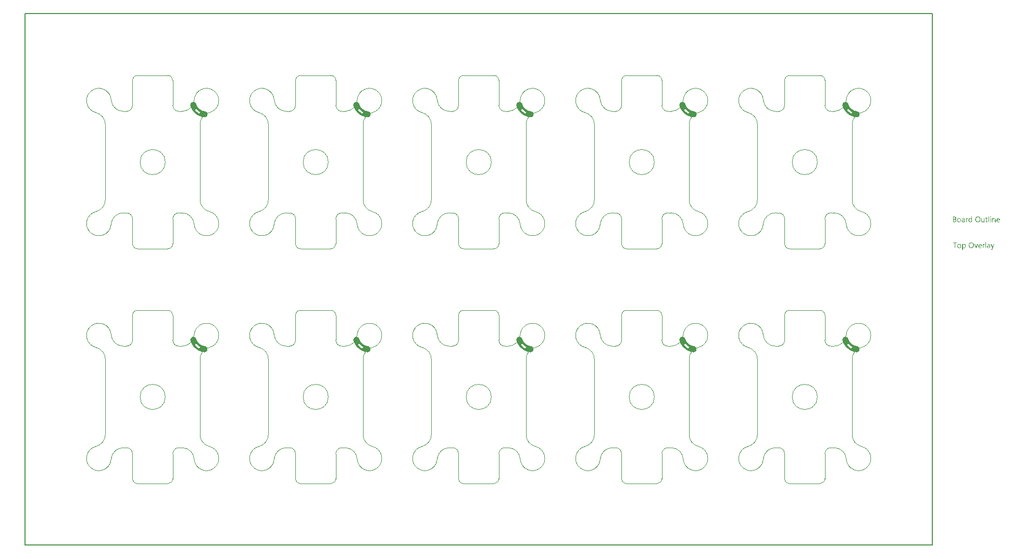
<source format=gto>
G04*
G04 #@! TF.GenerationSoftware,Altium Limited,Altium Designer,21.8.1 (53)*
G04*
G04 Layer_Color=65535*
%FSAX25Y25*%
%MOIN*%
G70*
G04*
G04 #@! TF.SameCoordinates,C38F2C0A-75D8-41A6-A347-4ED76E5A57E3*
G04*
G04*
G04 #@! TF.FilePolarity,Positive*
G04*
G01*
G75*
%ADD14C,0.00787*%
%ADD15C,0.00394*%
G36*
X0505447Y0264114D02*
X0505564Y0264107D01*
X0505681Y0264092D01*
X0505796Y0264071D01*
X0505910Y0264042D01*
X0506022Y0264007D01*
X0506132Y0263965D01*
X0506239Y0263916D01*
X0506342Y0263861D01*
X0506443Y0263801D01*
X0506539Y0263733D01*
X0506631Y0263661D01*
X0506719Y0263583D01*
X0506802Y0263499D01*
X0506879Y0263411D01*
X0506951Y0263318D01*
X0507018Y0263222D01*
X0507078Y0263121D01*
X0507132Y0263017D01*
X0507180Y0262910D01*
X0507221Y0262800D01*
X0507226Y0262784D01*
X0507226Y0262784D01*
X0507291Y0262595D01*
X0507372Y0262384D01*
X0507460Y0262175D01*
X0507554Y0261969D01*
X0507656Y0261767D01*
X0507763Y0261568D01*
X0507878Y0261372D01*
X0507998Y0261181D01*
X0508125Y0260994D01*
X0508258Y0260810D01*
X0508396Y0260631D01*
X0508541Y0260457D01*
X0508691Y0260288D01*
X0508847Y0260124D01*
X0509008Y0259965D01*
X0509174Y0259811D01*
X0509345Y0259663D01*
X0509520Y0259520D01*
X0509701Y0259383D01*
X0509885Y0259252D01*
X0510074Y0259128D01*
X0510267Y0259009D01*
X0510464Y0258897D01*
X0510664Y0258791D01*
X0510867Y0258693D01*
X0511074Y0258600D01*
X0511283Y0258515D01*
X0511496Y0258436D01*
X0511710Y0258365D01*
X0511927Y0258300D01*
X0512146Y0258243D01*
X0512367Y0258192D01*
X0512589Y0258150D01*
X0512809Y0258115D01*
X0512809Y0258115D01*
X0512833Y0258112D01*
X0512948Y0258090D01*
X0513062Y0258062D01*
X0513174Y0258026D01*
X0513284Y0257984D01*
X0513390Y0257936D01*
X0513494Y0257881D01*
X0513594Y0257820D01*
X0513691Y0257753D01*
X0513783Y0257680D01*
X0513871Y0257602D01*
X0513953Y0257519D01*
X0514031Y0257431D01*
X0514103Y0257338D01*
X0514169Y0257241D01*
X0514230Y0257140D01*
X0514284Y0257036D01*
X0514332Y0256929D01*
X0514373Y0256819D01*
X0514408Y0256707D01*
X0514435Y0256593D01*
X0514456Y0256477D01*
X0514470Y0256361D01*
X0514477Y0256244D01*
X0514476Y0256126D01*
X0514469Y0256009D01*
X0514454Y0255893D01*
X0514433Y0255777D01*
X0514404Y0255663D01*
X0514369Y0255551D01*
X0514327Y0255442D01*
X0514278Y0255335D01*
X0514223Y0255231D01*
X0514162Y0255131D01*
X0514095Y0255034D01*
X0514023Y0254942D01*
X0513944Y0254855D01*
X0513861Y0254772D01*
X0513773Y0254694D01*
X0513680Y0254622D01*
X0513584Y0254556D01*
X0513483Y0254496D01*
X0513379Y0254441D01*
X0513272Y0254394D01*
X0513162Y0254352D01*
X0513050Y0254318D01*
X0512935Y0254290D01*
X0512820Y0254269D01*
X0512703Y0254256D01*
X0512586Y0254249D01*
X0512469Y0254249D01*
X0512352Y0254257D01*
X0512258Y0254268D01*
X0512258Y0254269D01*
X0512107Y0254290D01*
X0511818Y0254340D01*
X0511531Y0254397D01*
X0511246Y0254462D01*
X0510963Y0254535D01*
X0510682Y0254615D01*
X0510403Y0254703D01*
X0510126Y0254799D01*
X0509852Y0254902D01*
X0509581Y0255012D01*
X0509313Y0255130D01*
X0509049Y0255255D01*
X0508788Y0255386D01*
X0508530Y0255525D01*
X0508277Y0255671D01*
X0508027Y0255824D01*
X0507782Y0255983D01*
X0507541Y0256149D01*
X0507305Y0256322D01*
X0507073Y0256501D01*
X0506847Y0256686D01*
X0506625Y0256877D01*
X0506409Y0257074D01*
X0506198Y0257276D01*
X0505993Y0257485D01*
X0505793Y0257699D01*
X0505599Y0257918D01*
X0505412Y0258142D01*
X0505230Y0258372D01*
X0505055Y0258606D01*
X0504886Y0258845D01*
X0504724Y0259088D01*
X0504568Y0259336D01*
X0504419Y0259588D01*
X0504277Y0259843D01*
X0504142Y0260103D01*
X0504014Y0260366D01*
X0503893Y0260632D01*
X0503780Y0260902D01*
X0503673Y0261174D01*
X0503575Y0261450D01*
X0503538Y0261561D01*
X0503538Y0261560D01*
X0503508Y0261656D01*
X0503480Y0261771D01*
X0503460Y0261886D01*
X0503446Y0262003D01*
X0503439Y0262120D01*
X0503440Y0262237D01*
X0503447Y0262354D01*
X0503462Y0262471D01*
X0503483Y0262586D01*
X0503512Y0262700D01*
X0503547Y0262812D01*
X0503589Y0262922D01*
X0503638Y0263029D01*
X0503692Y0263132D01*
X0503754Y0263233D01*
X0503821Y0263329D01*
X0503893Y0263421D01*
X0503971Y0263509D01*
X0504055Y0263592D01*
X0504143Y0263669D01*
X0504235Y0263741D01*
X0504332Y0263808D01*
X0504433Y0263868D01*
X0504537Y0263922D01*
X0504644Y0263970D01*
X0504754Y0264011D01*
X0504866Y0264046D01*
X0504981Y0264073D01*
X0505096Y0264094D01*
X0505213Y0264108D01*
X0505330Y0264115D01*
X0505447Y0264114D01*
D02*
G37*
G36*
X0401114D02*
X0401231Y0264107D01*
X0401348Y0264092D01*
X0401463Y0264071D01*
X0401577Y0264042D01*
X0401689Y0264007D01*
X0401799Y0263965D01*
X0401906Y0263916D01*
X0402009Y0263861D01*
X0402110Y0263801D01*
X0402206Y0263733D01*
X0402298Y0263661D01*
X0402386Y0263583D01*
X0402469Y0263499D01*
X0402546Y0263411D01*
X0402618Y0263318D01*
X0402685Y0263222D01*
X0402745Y0263121D01*
X0402799Y0263017D01*
X0402847Y0262910D01*
X0402888Y0262800D01*
X0402893Y0262784D01*
X0402893Y0262784D01*
X0402959Y0262595D01*
X0403039Y0262384D01*
X0403127Y0262175D01*
X0403222Y0261969D01*
X0403323Y0261767D01*
X0403431Y0261568D01*
X0403545Y0261372D01*
X0403665Y0261181D01*
X0403792Y0260994D01*
X0403925Y0260810D01*
X0404064Y0260631D01*
X0404208Y0260457D01*
X0404358Y0260288D01*
X0404514Y0260124D01*
X0404675Y0259965D01*
X0404841Y0259811D01*
X0405012Y0259663D01*
X0405188Y0259520D01*
X0405368Y0259383D01*
X0405552Y0259252D01*
X0405741Y0259128D01*
X0405934Y0259009D01*
X0406131Y0258897D01*
X0406331Y0258791D01*
X0406534Y0258693D01*
X0406741Y0258600D01*
X0406951Y0258515D01*
X0407163Y0258436D01*
X0407378Y0258365D01*
X0407594Y0258300D01*
X0407813Y0258243D01*
X0408034Y0258192D01*
X0408256Y0258150D01*
X0408477Y0258115D01*
X0408477Y0258115D01*
X0408500Y0258112D01*
X0408615Y0258090D01*
X0408729Y0258062D01*
X0408841Y0258026D01*
X0408951Y0257984D01*
X0409058Y0257936D01*
X0409162Y0257881D01*
X0409262Y0257820D01*
X0409358Y0257753D01*
X0409450Y0257680D01*
X0409538Y0257602D01*
X0409621Y0257519D01*
X0409698Y0257431D01*
X0409770Y0257338D01*
X0409837Y0257241D01*
X0409897Y0257140D01*
X0409951Y0257036D01*
X0409999Y0256929D01*
X0410040Y0256819D01*
X0410075Y0256707D01*
X0410103Y0256593D01*
X0410123Y0256477D01*
X0410137Y0256361D01*
X0410144Y0256244D01*
X0410143Y0256126D01*
X0410136Y0256009D01*
X0410121Y0255893D01*
X0410100Y0255777D01*
X0410071Y0255663D01*
X0410036Y0255551D01*
X0409994Y0255442D01*
X0409945Y0255335D01*
X0409891Y0255231D01*
X0409830Y0255131D01*
X0409762Y0255034D01*
X0409690Y0254942D01*
X0409612Y0254855D01*
X0409528Y0254772D01*
X0409440Y0254694D01*
X0409348Y0254622D01*
X0409251Y0254556D01*
X0409150Y0254496D01*
X0409046Y0254441D01*
X0408939Y0254394D01*
X0408829Y0254352D01*
X0408717Y0254318D01*
X0408603Y0254290D01*
X0408487Y0254269D01*
X0408370Y0254256D01*
X0408253Y0254249D01*
X0408136Y0254249D01*
X0408019Y0254257D01*
X0407926Y0254268D01*
X0407926Y0254269D01*
X0407774Y0254290D01*
X0407485Y0254340D01*
X0407199Y0254397D01*
X0406913Y0254462D01*
X0406630Y0254535D01*
X0406349Y0254615D01*
X0406070Y0254703D01*
X0405793Y0254799D01*
X0405519Y0254902D01*
X0405249Y0255012D01*
X0404981Y0255130D01*
X0404716Y0255255D01*
X0404455Y0255386D01*
X0404198Y0255525D01*
X0403944Y0255671D01*
X0403695Y0255824D01*
X0403449Y0255983D01*
X0403208Y0256149D01*
X0402972Y0256322D01*
X0402741Y0256501D01*
X0402514Y0256686D01*
X0402292Y0256877D01*
X0402076Y0257074D01*
X0401865Y0257276D01*
X0401660Y0257485D01*
X0401460Y0257699D01*
X0401267Y0257918D01*
X0401079Y0258142D01*
X0400898Y0258372D01*
X0400722Y0258606D01*
X0400553Y0258845D01*
X0400391Y0259088D01*
X0400235Y0259336D01*
X0400086Y0259588D01*
X0399944Y0259843D01*
X0399809Y0260103D01*
X0399681Y0260366D01*
X0399560Y0260632D01*
X0399447Y0260902D01*
X0399341Y0261174D01*
X0399242Y0261450D01*
X0399205Y0261561D01*
X0399205Y0261560D01*
X0399175Y0261656D01*
X0399148Y0261771D01*
X0399127Y0261886D01*
X0399113Y0262003D01*
X0399106Y0262120D01*
X0399107Y0262237D01*
X0399114Y0262354D01*
X0399129Y0262471D01*
X0399150Y0262586D01*
X0399179Y0262700D01*
X0399214Y0262812D01*
X0399256Y0262922D01*
X0399305Y0263029D01*
X0399360Y0263132D01*
X0399421Y0263233D01*
X0399488Y0263329D01*
X0399560Y0263421D01*
X0399639Y0263509D01*
X0399722Y0263592D01*
X0399810Y0263669D01*
X0399903Y0263741D01*
X0399999Y0263808D01*
X0400100Y0263868D01*
X0400204Y0263922D01*
X0400312Y0263970D01*
X0400421Y0264011D01*
X0400534Y0264046D01*
X0400648Y0264073D01*
X0400763Y0264094D01*
X0400880Y0264108D01*
X0400997Y0264115D01*
X0401114Y0264114D01*
D02*
G37*
G36*
X0296782D02*
X0296899Y0264107D01*
X0297015Y0264092D01*
X0297131Y0264071D01*
X0297245Y0264042D01*
X0297356Y0264007D01*
X0297466Y0263965D01*
X0297573Y0263916D01*
X0297677Y0263861D01*
X0297777Y0263801D01*
X0297873Y0263733D01*
X0297966Y0263661D01*
X0298053Y0263583D01*
X0298136Y0263499D01*
X0298213Y0263411D01*
X0298286Y0263318D01*
X0298352Y0263222D01*
X0298412Y0263121D01*
X0298466Y0263017D01*
X0298514Y0262910D01*
X0298555Y0262800D01*
X0298561Y0262784D01*
X0298561Y0262784D01*
X0298626Y0262595D01*
X0298707Y0262384D01*
X0298794Y0262175D01*
X0298889Y0261969D01*
X0298990Y0261767D01*
X0299098Y0261568D01*
X0299212Y0261372D01*
X0299333Y0261181D01*
X0299459Y0260994D01*
X0299592Y0260810D01*
X0299731Y0260631D01*
X0299875Y0260457D01*
X0300026Y0260288D01*
X0300181Y0260124D01*
X0300342Y0259965D01*
X0300508Y0259811D01*
X0300679Y0259663D01*
X0300855Y0259520D01*
X0301035Y0259383D01*
X0301220Y0259252D01*
X0301409Y0259128D01*
X0301601Y0259009D01*
X0301798Y0258897D01*
X0301998Y0258791D01*
X0302202Y0258693D01*
X0302408Y0258600D01*
X0302618Y0258515D01*
X0302830Y0258436D01*
X0303045Y0258365D01*
X0303262Y0258300D01*
X0303481Y0258243D01*
X0303701Y0258192D01*
X0303924Y0258150D01*
X0304144Y0258115D01*
X0304144Y0258115D01*
X0304167Y0258112D01*
X0304283Y0258090D01*
X0304397Y0258062D01*
X0304508Y0258026D01*
X0304618Y0257984D01*
X0304725Y0257936D01*
X0304829Y0257881D01*
X0304929Y0257820D01*
X0305025Y0257753D01*
X0305118Y0257680D01*
X0305205Y0257602D01*
X0305288Y0257519D01*
X0305365Y0257431D01*
X0305437Y0257338D01*
X0305504Y0257241D01*
X0305564Y0257140D01*
X0305618Y0257036D01*
X0305666Y0256929D01*
X0305708Y0256819D01*
X0305742Y0256707D01*
X0305770Y0256593D01*
X0305790Y0256477D01*
X0305804Y0256361D01*
X0305811Y0256244D01*
X0305811Y0256126D01*
X0305803Y0256009D01*
X0305789Y0255893D01*
X0305767Y0255777D01*
X0305739Y0255663D01*
X0305703Y0255551D01*
X0305661Y0255442D01*
X0305613Y0255335D01*
X0305558Y0255231D01*
X0305497Y0255131D01*
X0305430Y0255034D01*
X0305357Y0254942D01*
X0305279Y0254855D01*
X0305196Y0254772D01*
X0305107Y0254694D01*
X0305015Y0254622D01*
X0304918Y0254556D01*
X0304817Y0254496D01*
X0304713Y0254441D01*
X0304606Y0254394D01*
X0304496Y0254352D01*
X0304384Y0254318D01*
X0304270Y0254290D01*
X0304154Y0254269D01*
X0304038Y0254256D01*
X0303921Y0254249D01*
X0303803Y0254249D01*
X0303686Y0254257D01*
X0303593Y0254268D01*
X0303593Y0254269D01*
X0303441Y0254290D01*
X0303153Y0254340D01*
X0302866Y0254397D01*
X0302581Y0254462D01*
X0302297Y0254535D01*
X0302016Y0254615D01*
X0301737Y0254703D01*
X0301461Y0254799D01*
X0301187Y0254902D01*
X0300916Y0255012D01*
X0300648Y0255130D01*
X0300383Y0255255D01*
X0300122Y0255386D01*
X0299865Y0255525D01*
X0299611Y0255671D01*
X0299362Y0255824D01*
X0299116Y0255983D01*
X0298876Y0256149D01*
X0298639Y0256322D01*
X0298408Y0256501D01*
X0298181Y0256686D01*
X0297960Y0256877D01*
X0297743Y0257074D01*
X0297533Y0257276D01*
X0297327Y0257485D01*
X0297128Y0257699D01*
X0296934Y0257918D01*
X0296746Y0258142D01*
X0296565Y0258372D01*
X0296389Y0258606D01*
X0296220Y0258845D01*
X0296058Y0259088D01*
X0295902Y0259336D01*
X0295754Y0259588D01*
X0295612Y0259843D01*
X0295476Y0260103D01*
X0295348Y0260366D01*
X0295228Y0260632D01*
X0295114Y0260902D01*
X0295008Y0261174D01*
X0294909Y0261450D01*
X0294872Y0261561D01*
X0294872Y0261560D01*
X0294843Y0261656D01*
X0294815Y0261771D01*
X0294794Y0261886D01*
X0294780Y0262003D01*
X0294774Y0262120D01*
X0294774Y0262237D01*
X0294781Y0262354D01*
X0294796Y0262471D01*
X0294818Y0262586D01*
X0294846Y0262700D01*
X0294881Y0262812D01*
X0294923Y0262922D01*
X0294972Y0263029D01*
X0295027Y0263132D01*
X0295088Y0263233D01*
X0295155Y0263329D01*
X0295228Y0263421D01*
X0295306Y0263509D01*
X0295389Y0263592D01*
X0295477Y0263669D01*
X0295570Y0263741D01*
X0295667Y0263808D01*
X0295767Y0263868D01*
X0295871Y0263922D01*
X0295979Y0263970D01*
X0296089Y0264011D01*
X0296201Y0264046D01*
X0296315Y0264073D01*
X0296430Y0264094D01*
X0296547Y0264108D01*
X0296664Y0264115D01*
X0296782Y0264114D01*
D02*
G37*
G36*
X0192449D02*
X0192566Y0264107D01*
X0192682Y0264092D01*
X0192798Y0264071D01*
X0192912Y0264042D01*
X0193024Y0264007D01*
X0193133Y0263965D01*
X0193240Y0263916D01*
X0193344Y0263861D01*
X0193444Y0263801D01*
X0193541Y0263733D01*
X0193633Y0263661D01*
X0193720Y0263583D01*
X0193803Y0263499D01*
X0193881Y0263411D01*
X0193953Y0263318D01*
X0194019Y0263222D01*
X0194079Y0263121D01*
X0194134Y0263017D01*
X0194182Y0262910D01*
X0194223Y0262800D01*
X0194228Y0262784D01*
X0194228Y0262784D01*
X0194293Y0262595D01*
X0194374Y0262384D01*
X0194462Y0262175D01*
X0194556Y0261969D01*
X0194657Y0261767D01*
X0194765Y0261568D01*
X0194879Y0261372D01*
X0195000Y0261181D01*
X0195127Y0260994D01*
X0195259Y0260810D01*
X0195398Y0260631D01*
X0195543Y0260457D01*
X0195693Y0260288D01*
X0195848Y0260124D01*
X0196009Y0259965D01*
X0196175Y0259811D01*
X0196346Y0259663D01*
X0196522Y0259520D01*
X0196702Y0259383D01*
X0196887Y0259252D01*
X0197076Y0259128D01*
X0197269Y0259009D01*
X0197465Y0258897D01*
X0197665Y0258791D01*
X0197869Y0258693D01*
X0198075Y0258600D01*
X0198285Y0258515D01*
X0198497Y0258436D01*
X0198712Y0258365D01*
X0198929Y0258300D01*
X0199148Y0258243D01*
X0199369Y0258192D01*
X0199591Y0258150D01*
X0199811Y0258115D01*
X0199811Y0258115D01*
X0199834Y0258112D01*
X0199950Y0258090D01*
X0200064Y0258062D01*
X0200176Y0258026D01*
X0200285Y0257984D01*
X0200392Y0257936D01*
X0200496Y0257881D01*
X0200596Y0257820D01*
X0200693Y0257753D01*
X0200785Y0257680D01*
X0200872Y0257602D01*
X0200955Y0257519D01*
X0201033Y0257431D01*
X0201105Y0257338D01*
X0201171Y0257241D01*
X0201231Y0257140D01*
X0201286Y0257036D01*
X0201333Y0256929D01*
X0201375Y0256819D01*
X0201409Y0256707D01*
X0201437Y0256593D01*
X0201458Y0256477D01*
X0201471Y0256361D01*
X0201478Y0256244D01*
X0201478Y0256126D01*
X0201470Y0256009D01*
X0201456Y0255893D01*
X0201434Y0255777D01*
X0201406Y0255663D01*
X0201371Y0255551D01*
X0201328Y0255442D01*
X0201280Y0255335D01*
X0201225Y0255231D01*
X0201164Y0255131D01*
X0201097Y0255034D01*
X0201024Y0254942D01*
X0200946Y0254855D01*
X0200863Y0254772D01*
X0200775Y0254694D01*
X0200682Y0254622D01*
X0200585Y0254556D01*
X0200484Y0254496D01*
X0200380Y0254441D01*
X0200273Y0254394D01*
X0200163Y0254352D01*
X0200051Y0254318D01*
X0199937Y0254290D01*
X0199821Y0254269D01*
X0199705Y0254256D01*
X0199588Y0254249D01*
X0199470Y0254249D01*
X0199353Y0254257D01*
X0199260Y0254268D01*
X0199260Y0254269D01*
X0199108Y0254290D01*
X0198820Y0254340D01*
X0198533Y0254397D01*
X0198248Y0254462D01*
X0197965Y0254535D01*
X0197683Y0254615D01*
X0197404Y0254703D01*
X0197128Y0254799D01*
X0196854Y0254902D01*
X0196583Y0255012D01*
X0196315Y0255130D01*
X0196051Y0255255D01*
X0195790Y0255386D01*
X0195532Y0255525D01*
X0195279Y0255671D01*
X0195029Y0255824D01*
X0194784Y0255983D01*
X0194543Y0256149D01*
X0194307Y0256322D01*
X0194075Y0256501D01*
X0193848Y0256686D01*
X0193627Y0256877D01*
X0193411Y0257074D01*
X0193200Y0257276D01*
X0192994Y0257485D01*
X0192795Y0257699D01*
X0192601Y0257918D01*
X0192413Y0258142D01*
X0192232Y0258372D01*
X0192057Y0258606D01*
X0191888Y0258845D01*
X0191725Y0259088D01*
X0191570Y0259336D01*
X0191421Y0259588D01*
X0191279Y0259843D01*
X0191144Y0260103D01*
X0191016Y0260366D01*
X0190895Y0260632D01*
X0190781Y0260902D01*
X0190675Y0261174D01*
X0190576Y0261450D01*
X0190540Y0261561D01*
X0190539Y0261560D01*
X0190510Y0261656D01*
X0190482Y0261771D01*
X0190461Y0261886D01*
X0190448Y0262003D01*
X0190441Y0262120D01*
X0190441Y0262237D01*
X0190449Y0262354D01*
X0190463Y0262471D01*
X0190485Y0262586D01*
X0190513Y0262700D01*
X0190549Y0262812D01*
X0190591Y0262922D01*
X0190639Y0263029D01*
X0190694Y0263132D01*
X0190755Y0263233D01*
X0190822Y0263329D01*
X0190895Y0263421D01*
X0190973Y0263509D01*
X0191056Y0263592D01*
X0191144Y0263669D01*
X0191237Y0263741D01*
X0191334Y0263808D01*
X0191435Y0263868D01*
X0191539Y0263922D01*
X0191646Y0263970D01*
X0191756Y0264011D01*
X0191868Y0264046D01*
X0191982Y0264073D01*
X0192098Y0264094D01*
X0192214Y0264108D01*
X0192331Y0264115D01*
X0192449Y0264114D01*
D02*
G37*
G36*
X0088116D02*
X0088233Y0264107D01*
X0088350Y0264092D01*
X0088465Y0264071D01*
X0088579Y0264042D01*
X0088691Y0264007D01*
X0088801Y0263965D01*
X0088907Y0263916D01*
X0089011Y0263861D01*
X0089111Y0263801D01*
X0089208Y0263733D01*
X0089300Y0263661D01*
X0089388Y0263583D01*
X0089470Y0263499D01*
X0089548Y0263411D01*
X0089620Y0263318D01*
X0089686Y0263222D01*
X0089747Y0263121D01*
X0089801Y0263017D01*
X0089849Y0262910D01*
X0089890Y0262800D01*
X0089895Y0262784D01*
X0089895Y0262784D01*
X0089960Y0262595D01*
X0090041Y0262384D01*
X0090129Y0262175D01*
X0090223Y0261969D01*
X0090324Y0261767D01*
X0090432Y0261568D01*
X0090547Y0261372D01*
X0090667Y0261181D01*
X0090794Y0260994D01*
X0090927Y0260810D01*
X0091065Y0260631D01*
X0091210Y0260457D01*
X0091360Y0260288D01*
X0091516Y0260124D01*
X0091676Y0259965D01*
X0091843Y0259811D01*
X0092014Y0259663D01*
X0092189Y0259520D01*
X0092370Y0259383D01*
X0092554Y0259252D01*
X0092743Y0259128D01*
X0092936Y0259009D01*
X0093132Y0258897D01*
X0093333Y0258791D01*
X0093536Y0258693D01*
X0093743Y0258600D01*
X0093952Y0258515D01*
X0094165Y0258436D01*
X0094379Y0258365D01*
X0094596Y0258300D01*
X0094815Y0258243D01*
X0095036Y0258192D01*
X0095258Y0258150D01*
X0095478Y0258115D01*
X0095478Y0258115D01*
X0095502Y0258112D01*
X0095617Y0258090D01*
X0095731Y0258062D01*
X0095843Y0258026D01*
X0095952Y0257984D01*
X0096059Y0257936D01*
X0096163Y0257881D01*
X0096263Y0257820D01*
X0096360Y0257753D01*
X0096452Y0257680D01*
X0096539Y0257602D01*
X0096622Y0257519D01*
X0096700Y0257431D01*
X0096772Y0257338D01*
X0096838Y0257241D01*
X0096899Y0257140D01*
X0096953Y0257036D01*
X0097001Y0256929D01*
X0097042Y0256819D01*
X0097076Y0256707D01*
X0097104Y0256593D01*
X0097125Y0256477D01*
X0097139Y0256361D01*
X0097145Y0256244D01*
X0097145Y0256126D01*
X0097137Y0256009D01*
X0097123Y0255893D01*
X0097101Y0255777D01*
X0097073Y0255663D01*
X0097038Y0255551D01*
X0096996Y0255442D01*
X0096947Y0255335D01*
X0096892Y0255231D01*
X0096831Y0255131D01*
X0096764Y0255034D01*
X0096691Y0254942D01*
X0096613Y0254855D01*
X0096530Y0254772D01*
X0096442Y0254694D01*
X0096349Y0254622D01*
X0096252Y0254556D01*
X0096152Y0254496D01*
X0096048Y0254441D01*
X0095940Y0254394D01*
X0095831Y0254352D01*
X0095718Y0254318D01*
X0095604Y0254290D01*
X0095489Y0254269D01*
X0095372Y0254256D01*
X0095255Y0254249D01*
X0095138Y0254249D01*
X0095020Y0254257D01*
X0094927Y0254268D01*
X0094927Y0254269D01*
X0094775Y0254290D01*
X0094487Y0254340D01*
X0094200Y0254397D01*
X0093915Y0254462D01*
X0093632Y0254535D01*
X0093350Y0254615D01*
X0093071Y0254703D01*
X0092795Y0254799D01*
X0092521Y0254902D01*
X0092250Y0255012D01*
X0091982Y0255130D01*
X0091718Y0255255D01*
X0091457Y0255386D01*
X0091199Y0255525D01*
X0090946Y0255671D01*
X0090696Y0255824D01*
X0090451Y0255983D01*
X0090210Y0256149D01*
X0089974Y0256322D01*
X0089742Y0256501D01*
X0089516Y0256686D01*
X0089294Y0256877D01*
X0089078Y0257074D01*
X0088867Y0257276D01*
X0088662Y0257485D01*
X0088462Y0257699D01*
X0088268Y0257918D01*
X0088081Y0258142D01*
X0087899Y0258372D01*
X0087724Y0258606D01*
X0087555Y0258845D01*
X0087393Y0259088D01*
X0087237Y0259336D01*
X0087088Y0259588D01*
X0086946Y0259843D01*
X0086811Y0260103D01*
X0086683Y0260366D01*
X0086562Y0260632D01*
X0086448Y0260902D01*
X0086342Y0261174D01*
X0086243Y0261450D01*
X0086207Y0261561D01*
X0086207Y0261560D01*
X0086177Y0261656D01*
X0086149Y0261771D01*
X0086128Y0261886D01*
X0086115Y0262003D01*
X0086108Y0262120D01*
X0086108Y0262237D01*
X0086116Y0262354D01*
X0086130Y0262471D01*
X0086152Y0262586D01*
X0086181Y0262700D01*
X0086216Y0262812D01*
X0086258Y0262922D01*
X0086306Y0263029D01*
X0086361Y0263132D01*
X0086422Y0263233D01*
X0086489Y0263329D01*
X0086562Y0263421D01*
X0086640Y0263509D01*
X0086724Y0263592D01*
X0086812Y0263669D01*
X0086904Y0263741D01*
X0087001Y0263808D01*
X0087102Y0263868D01*
X0087206Y0263922D01*
X0087313Y0263970D01*
X0087423Y0264011D01*
X0087535Y0264046D01*
X0087649Y0264073D01*
X0087765Y0264094D01*
X0087881Y0264108D01*
X0087999Y0264115D01*
X0088116Y0264114D01*
D02*
G37*
G36*
X0598422Y0190826D02*
X0598446D01*
X0598502Y0190802D01*
X0598533Y0190783D01*
X0598564Y0190758D01*
X0598570Y0190752D01*
X0598576Y0190746D01*
X0598607Y0190709D01*
X0598632Y0190647D01*
X0598638Y0190610D01*
X0598644Y0190573D01*
Y0190567D01*
Y0190554D01*
X0598638Y0190536D01*
X0598632Y0190511D01*
X0598614Y0190449D01*
X0598589Y0190418D01*
X0598564Y0190387D01*
X0598558D01*
X0598552Y0190375D01*
X0598515Y0190350D01*
X0598459Y0190325D01*
X0598422Y0190319D01*
X0598385Y0190313D01*
X0598366D01*
X0598347Y0190319D01*
X0598323D01*
X0598261Y0190344D01*
X0598230Y0190356D01*
X0598199Y0190381D01*
Y0190387D01*
X0598186Y0190393D01*
X0598174Y0190412D01*
X0598162Y0190430D01*
X0598137Y0190492D01*
X0598131Y0190529D01*
X0598125Y0190573D01*
Y0190579D01*
Y0190591D01*
X0598131Y0190610D01*
X0598137Y0190641D01*
X0598155Y0190697D01*
X0598174Y0190727D01*
X0598199Y0190758D01*
X0598205Y0190765D01*
X0598211Y0190771D01*
X0598248Y0190796D01*
X0598310Y0190820D01*
X0598347Y0190833D01*
X0598403D01*
X0598422Y0190826D01*
D02*
G37*
G36*
X0586432Y0187162D02*
X0586029D01*
Y0187583D01*
X0586017D01*
Y0187577D01*
X0586004Y0187564D01*
X0585986Y0187540D01*
X0585967Y0187509D01*
X0585936Y0187471D01*
X0585899Y0187434D01*
X0585856Y0187391D01*
X0585807Y0187348D01*
X0585751Y0187298D01*
X0585683Y0187255D01*
X0585615Y0187218D01*
X0585534Y0187181D01*
X0585454Y0187150D01*
X0585361Y0187125D01*
X0585262Y0187112D01*
X0585156Y0187106D01*
X0585113D01*
X0585076Y0187112D01*
X0585039Y0187119D01*
X0584989Y0187125D01*
X0584884Y0187150D01*
X0584760Y0187187D01*
X0584636Y0187249D01*
X0584569Y0187286D01*
X0584513Y0187329D01*
X0584451Y0187385D01*
X0584395Y0187441D01*
Y0187447D01*
X0584383Y0187459D01*
X0584370Y0187478D01*
X0584352Y0187503D01*
X0584333Y0187533D01*
X0584308Y0187577D01*
X0584284Y0187626D01*
X0584259Y0187682D01*
X0584228Y0187744D01*
X0584203Y0187812D01*
X0584178Y0187886D01*
X0584160Y0187967D01*
X0584141Y0188053D01*
X0584129Y0188152D01*
X0584123Y0188251D01*
X0584117Y0188357D01*
Y0188363D01*
Y0188381D01*
Y0188419D01*
X0584123Y0188462D01*
X0584129Y0188511D01*
X0584135Y0188573D01*
X0584141Y0188641D01*
X0584154Y0188716D01*
X0584191Y0188877D01*
X0584247Y0189044D01*
X0584284Y0189124D01*
X0584327Y0189205D01*
X0584370Y0189279D01*
X0584426Y0189353D01*
X0584432Y0189359D01*
X0584439Y0189372D01*
X0584457Y0189390D01*
X0584482Y0189415D01*
X0584513Y0189440D01*
X0584556Y0189471D01*
X0584599Y0189508D01*
X0584649Y0189545D01*
X0584773Y0189613D01*
X0584915Y0189675D01*
X0584996Y0189694D01*
X0585082Y0189712D01*
X0585169Y0189725D01*
X0585268Y0189731D01*
X0585318D01*
X0585355Y0189725D01*
X0585392Y0189718D01*
X0585441Y0189712D01*
X0585553Y0189681D01*
X0585676Y0189632D01*
X0585738Y0189601D01*
X0585800Y0189558D01*
X0585862Y0189514D01*
X0585918Y0189459D01*
X0585967Y0189397D01*
X0586017Y0189322D01*
X0586029D01*
Y0190882D01*
X0586432D01*
Y0187162D01*
D02*
G37*
G36*
X0600700Y0189725D02*
X0600774Y0189718D01*
X0600867Y0189700D01*
X0600966Y0189669D01*
X0601071Y0189620D01*
X0601176Y0189551D01*
X0601220Y0189514D01*
X0601263Y0189465D01*
X0601275Y0189452D01*
X0601300Y0189415D01*
X0601331Y0189353D01*
X0601374Y0189267D01*
X0601411Y0189161D01*
X0601449Y0189031D01*
X0601473Y0188877D01*
X0601479Y0188697D01*
Y0187162D01*
X0601077D01*
Y0188592D01*
Y0188598D01*
Y0188629D01*
X0601071Y0188666D01*
Y0188716D01*
X0601059Y0188778D01*
X0601046Y0188846D01*
X0601028Y0188920D01*
X0601003Y0188994D01*
X0600972Y0189068D01*
X0600935Y0189137D01*
X0600885Y0189205D01*
X0600830Y0189267D01*
X0600768Y0189316D01*
X0600687Y0189353D01*
X0600601Y0189384D01*
X0600495Y0189390D01*
X0600483D01*
X0600446Y0189384D01*
X0600390Y0189378D01*
X0600322Y0189359D01*
X0600242Y0189335D01*
X0600155Y0189291D01*
X0600074Y0189236D01*
X0599994Y0189161D01*
X0599988Y0189149D01*
X0599963Y0189124D01*
X0599932Y0189075D01*
X0599895Y0189007D01*
X0599858Y0188926D01*
X0599827Y0188827D01*
X0599802Y0188716D01*
X0599796Y0188592D01*
Y0187162D01*
X0599394D01*
Y0189675D01*
X0599796D01*
Y0189254D01*
X0599808D01*
X0599814Y0189260D01*
X0599821Y0189273D01*
X0599839Y0189298D01*
X0599864Y0189329D01*
X0599889Y0189366D01*
X0599926Y0189403D01*
X0599969Y0189446D01*
X0600019Y0189496D01*
X0600074Y0189539D01*
X0600136Y0189582D01*
X0600204Y0189620D01*
X0600279Y0189657D01*
X0600353Y0189688D01*
X0600440Y0189712D01*
X0600532Y0189725D01*
X0600632Y0189731D01*
X0600669D01*
X0600700Y0189725D01*
D02*
G37*
G36*
X0583702Y0189712D02*
X0583776Y0189706D01*
X0583819Y0189694D01*
X0583850Y0189681D01*
Y0189267D01*
X0583844Y0189273D01*
X0583832Y0189279D01*
X0583807Y0189291D01*
X0583776Y0189310D01*
X0583733Y0189322D01*
X0583677Y0189335D01*
X0583615Y0189341D01*
X0583547Y0189347D01*
X0583535D01*
X0583504Y0189341D01*
X0583454Y0189335D01*
X0583398Y0189316D01*
X0583324Y0189285D01*
X0583256Y0189242D01*
X0583182Y0189180D01*
X0583114Y0189100D01*
X0583108Y0189087D01*
X0583089Y0189056D01*
X0583058Y0189000D01*
X0583027Y0188926D01*
X0582996Y0188833D01*
X0582965Y0188716D01*
X0582947Y0188586D01*
X0582940Y0188437D01*
Y0187162D01*
X0582538D01*
Y0189675D01*
X0582940D01*
Y0189155D01*
X0582953D01*
Y0189161D01*
X0582959Y0189168D01*
X0582971Y0189199D01*
X0582990Y0189248D01*
X0583021Y0189310D01*
X0583052Y0189372D01*
X0583101Y0189440D01*
X0583151Y0189508D01*
X0583213Y0189570D01*
X0583219Y0189576D01*
X0583244Y0189595D01*
X0583281Y0189620D01*
X0583330Y0189644D01*
X0583386Y0189669D01*
X0583454Y0189694D01*
X0583529Y0189712D01*
X0583609Y0189718D01*
X0583665D01*
X0583702Y0189712D01*
D02*
G37*
G36*
X0594442Y0187162D02*
X0594039D01*
Y0187558D01*
X0594027D01*
Y0187552D01*
X0594014Y0187540D01*
X0594002Y0187515D01*
X0593977Y0187490D01*
X0593922Y0187416D01*
X0593835Y0187335D01*
X0593785Y0187292D01*
X0593730Y0187249D01*
X0593668Y0187212D01*
X0593594Y0187174D01*
X0593519Y0187150D01*
X0593439Y0187125D01*
X0593346Y0187112D01*
X0593253Y0187106D01*
X0593216D01*
X0593173Y0187112D01*
X0593111Y0187125D01*
X0593043Y0187137D01*
X0592968Y0187162D01*
X0592888Y0187193D01*
X0592807Y0187242D01*
X0592721Y0187298D01*
X0592640Y0187366D01*
X0592566Y0187453D01*
X0592498Y0187558D01*
X0592436Y0187676D01*
X0592393Y0187818D01*
X0592368Y0187985D01*
X0592355Y0188072D01*
Y0188171D01*
Y0189675D01*
X0592752D01*
Y0188233D01*
Y0188227D01*
Y0188202D01*
X0592758Y0188159D01*
X0592764Y0188109D01*
X0592770Y0188047D01*
X0592783Y0187985D01*
X0592801Y0187911D01*
X0592826Y0187837D01*
X0592863Y0187762D01*
X0592900Y0187694D01*
X0592950Y0187626D01*
X0593012Y0187564D01*
X0593080Y0187515D01*
X0593160Y0187478D01*
X0593259Y0187447D01*
X0593364Y0187441D01*
X0593377D01*
X0593414Y0187447D01*
X0593470Y0187453D01*
X0593532Y0187465D01*
X0593612Y0187496D01*
X0593692Y0187533D01*
X0593773Y0187583D01*
X0593847Y0187657D01*
X0593854Y0187670D01*
X0593878Y0187694D01*
X0593909Y0187744D01*
X0593946Y0187812D01*
X0593977Y0187892D01*
X0594008Y0187991D01*
X0594033Y0188103D01*
X0594039Y0188227D01*
Y0189675D01*
X0594442D01*
Y0187162D01*
D02*
G37*
G36*
X0598576D02*
X0598174D01*
Y0189675D01*
X0598576D01*
Y0187162D01*
D02*
G37*
G36*
X0597357D02*
X0596955D01*
Y0190882D01*
X0597357D01*
Y0187162D01*
D02*
G37*
G36*
X0580978Y0189725D02*
X0581034Y0189718D01*
X0581102Y0189700D01*
X0581176Y0189681D01*
X0581257Y0189650D01*
X0581344Y0189613D01*
X0581424Y0189564D01*
X0581504Y0189502D01*
X0581579Y0189428D01*
X0581647Y0189335D01*
X0581703Y0189230D01*
X0581746Y0189106D01*
X0581771Y0188963D01*
X0581783Y0188796D01*
Y0187162D01*
X0581381D01*
Y0187552D01*
X0581368D01*
Y0187546D01*
X0581356Y0187533D01*
X0581344Y0187509D01*
X0581319Y0187484D01*
X0581257Y0187410D01*
X0581176Y0187329D01*
X0581065Y0187249D01*
X0580935Y0187174D01*
X0580855Y0187150D01*
X0580774Y0187125D01*
X0580687Y0187112D01*
X0580594Y0187106D01*
X0580557D01*
X0580533Y0187112D01*
X0580465Y0187119D01*
X0580384Y0187131D01*
X0580285Y0187156D01*
X0580192Y0187187D01*
X0580093Y0187236D01*
X0580006Y0187298D01*
X0580000Y0187311D01*
X0579976Y0187335D01*
X0579938Y0187379D01*
X0579901Y0187441D01*
X0579864Y0187515D01*
X0579827Y0187601D01*
X0579802Y0187707D01*
X0579796Y0187824D01*
Y0187830D01*
Y0187855D01*
X0579802Y0187892D01*
X0579808Y0187936D01*
X0579821Y0187991D01*
X0579839Y0188053D01*
X0579864Y0188121D01*
X0579901Y0188190D01*
X0579945Y0188264D01*
X0580000Y0188338D01*
X0580068Y0188406D01*
X0580149Y0188468D01*
X0580242Y0188530D01*
X0580353Y0188579D01*
X0580477Y0188617D01*
X0580625Y0188648D01*
X0581381Y0188753D01*
Y0188759D01*
Y0188778D01*
X0581374Y0188815D01*
Y0188852D01*
X0581362Y0188901D01*
X0581356Y0188957D01*
X0581319Y0189075D01*
X0581288Y0189130D01*
X0581257Y0189186D01*
X0581214Y0189242D01*
X0581164Y0189291D01*
X0581102Y0189335D01*
X0581034Y0189366D01*
X0580954Y0189384D01*
X0580861Y0189390D01*
X0580817D01*
X0580786Y0189384D01*
X0580743D01*
X0580700Y0189372D01*
X0580588Y0189353D01*
X0580465Y0189316D01*
X0580328Y0189260D01*
X0580254Y0189223D01*
X0580186Y0189186D01*
X0580112Y0189137D01*
X0580044Y0189081D01*
Y0189496D01*
X0580050D01*
X0580062Y0189508D01*
X0580081Y0189520D01*
X0580112Y0189533D01*
X0580143Y0189551D01*
X0580186Y0189570D01*
X0580235Y0189588D01*
X0580291Y0189613D01*
X0580415Y0189657D01*
X0580563Y0189694D01*
X0580724Y0189718D01*
X0580898Y0189731D01*
X0580935D01*
X0580978Y0189725D01*
D02*
G37*
G36*
X0575290Y0190672D02*
X0575333D01*
X0575376Y0190666D01*
X0575475Y0190653D01*
X0575593Y0190622D01*
X0575717Y0190585D01*
X0575834Y0190529D01*
X0575940Y0190455D01*
X0575946D01*
X0575952Y0190443D01*
X0575983Y0190418D01*
X0576026Y0190368D01*
X0576076Y0190300D01*
X0576119Y0190214D01*
X0576162Y0190115D01*
X0576193Y0190003D01*
X0576206Y0189941D01*
Y0189873D01*
Y0189867D01*
Y0189861D01*
Y0189824D01*
X0576200Y0189768D01*
X0576187Y0189700D01*
X0576169Y0189613D01*
X0576138Y0189527D01*
X0576100Y0189440D01*
X0576045Y0189353D01*
X0576039Y0189341D01*
X0576014Y0189316D01*
X0575977Y0189279D01*
X0575927Y0189230D01*
X0575865Y0189180D01*
X0575791Y0189124D01*
X0575698Y0189081D01*
X0575599Y0189038D01*
Y0189031D01*
X0575618D01*
X0575636Y0189025D01*
X0575655Y0189019D01*
X0575723Y0189007D01*
X0575803Y0188982D01*
X0575890Y0188945D01*
X0575983Y0188901D01*
X0576076Y0188839D01*
X0576162Y0188759D01*
X0576175Y0188747D01*
X0576200Y0188716D01*
X0576230Y0188672D01*
X0576274Y0188604D01*
X0576311Y0188518D01*
X0576348Y0188419D01*
X0576373Y0188301D01*
X0576379Y0188171D01*
Y0188165D01*
Y0188152D01*
Y0188128D01*
X0576373Y0188097D01*
X0576367Y0188060D01*
X0576361Y0188016D01*
X0576336Y0187911D01*
X0576299Y0187793D01*
X0576243Y0187670D01*
X0576206Y0187614D01*
X0576162Y0187552D01*
X0576107Y0187496D01*
X0576051Y0187441D01*
X0576045D01*
X0576039Y0187428D01*
X0576020Y0187416D01*
X0575995Y0187397D01*
X0575964Y0187379D01*
X0575921Y0187354D01*
X0575828Y0187304D01*
X0575711Y0187249D01*
X0575574Y0187205D01*
X0575414Y0187174D01*
X0575333Y0187168D01*
X0575240Y0187162D01*
X0574213D01*
Y0190678D01*
X0575259D01*
X0575290Y0190672D01*
D02*
G37*
G36*
X0595785Y0189675D02*
X0596422D01*
Y0189329D01*
X0595785D01*
Y0187911D01*
Y0187899D01*
Y0187868D01*
X0595791Y0187824D01*
X0595797Y0187769D01*
X0595822Y0187651D01*
X0595840Y0187595D01*
X0595871Y0187552D01*
X0595878Y0187546D01*
X0595890Y0187533D01*
X0595908Y0187521D01*
X0595939Y0187503D01*
X0595977Y0187478D01*
X0596026Y0187465D01*
X0596088Y0187453D01*
X0596156Y0187447D01*
X0596181D01*
X0596212Y0187453D01*
X0596249Y0187459D01*
X0596336Y0187484D01*
X0596379Y0187503D01*
X0596422Y0187527D01*
Y0187181D01*
X0596416D01*
X0596397Y0187168D01*
X0596367Y0187162D01*
X0596323Y0187150D01*
X0596268Y0187137D01*
X0596206Y0187125D01*
X0596131Y0187119D01*
X0596045Y0187112D01*
X0596014D01*
X0595983Y0187119D01*
X0595939Y0187125D01*
X0595890Y0187137D01*
X0595834Y0187150D01*
X0595779Y0187174D01*
X0595717Y0187205D01*
X0595655Y0187242D01*
X0595593Y0187292D01*
X0595537Y0187348D01*
X0595488Y0187422D01*
X0595444Y0187503D01*
X0595413Y0187601D01*
X0595389Y0187713D01*
X0595382Y0187843D01*
Y0189329D01*
X0594955D01*
Y0189675D01*
X0595382D01*
Y0190288D01*
X0595785Y0190418D01*
Y0189675D01*
D02*
G37*
G36*
X0603312Y0189725D02*
X0603355Y0189718D01*
X0603398Y0189712D01*
X0603510Y0189694D01*
X0603634Y0189650D01*
X0603757Y0189595D01*
X0603819Y0189558D01*
X0603881Y0189514D01*
X0603937Y0189465D01*
X0603993Y0189409D01*
X0603999Y0189403D01*
X0604005Y0189397D01*
X0604017Y0189378D01*
X0604036Y0189353D01*
X0604055Y0189316D01*
X0604079Y0189279D01*
X0604104Y0189236D01*
X0604129Y0189180D01*
X0604154Y0189118D01*
X0604178Y0189056D01*
X0604203Y0188982D01*
X0604222Y0188901D01*
X0604240Y0188815D01*
X0604253Y0188728D01*
X0604265Y0188629D01*
Y0188524D01*
Y0188313D01*
X0602489D01*
Y0188307D01*
Y0188295D01*
Y0188276D01*
X0602495Y0188245D01*
X0602501Y0188208D01*
Y0188171D01*
X0602520Y0188072D01*
X0602550Y0187973D01*
X0602588Y0187862D01*
X0602643Y0187756D01*
X0602711Y0187663D01*
X0602724Y0187651D01*
X0602748Y0187626D01*
X0602798Y0187595D01*
X0602866Y0187552D01*
X0602953Y0187509D01*
X0603052Y0187478D01*
X0603169Y0187453D01*
X0603306Y0187441D01*
X0603349D01*
X0603380Y0187447D01*
X0603417D01*
X0603460Y0187453D01*
X0603566Y0187478D01*
X0603683Y0187509D01*
X0603813Y0187558D01*
X0603949Y0187626D01*
X0604017Y0187670D01*
X0604085Y0187719D01*
Y0187341D01*
X0604079D01*
X0604073Y0187329D01*
X0604055Y0187323D01*
X0604024Y0187304D01*
X0603993Y0187286D01*
X0603956Y0187267D01*
X0603906Y0187249D01*
X0603857Y0187224D01*
X0603795Y0187199D01*
X0603726Y0187181D01*
X0603578Y0187144D01*
X0603405Y0187119D01*
X0603213Y0187106D01*
X0603163D01*
X0603126Y0187112D01*
X0603083Y0187119D01*
X0603027Y0187125D01*
X0602909Y0187150D01*
X0602773Y0187187D01*
X0602637Y0187249D01*
X0602569Y0187292D01*
X0602501Y0187335D01*
X0602439Y0187385D01*
X0602377Y0187447D01*
X0602371Y0187453D01*
X0602365Y0187465D01*
X0602352Y0187484D01*
X0602328Y0187509D01*
X0602309Y0187546D01*
X0602284Y0187589D01*
X0602253Y0187639D01*
X0602228Y0187694D01*
X0602198Y0187756D01*
X0602173Y0187830D01*
X0602142Y0187911D01*
X0602123Y0187998D01*
X0602105Y0188091D01*
X0602086Y0188190D01*
X0602080Y0188295D01*
X0602074Y0188406D01*
Y0188412D01*
Y0188431D01*
Y0188462D01*
X0602080Y0188505D01*
X0602086Y0188555D01*
X0602092Y0188610D01*
X0602099Y0188679D01*
X0602117Y0188747D01*
X0602154Y0188895D01*
X0602210Y0189056D01*
X0602247Y0189137D01*
X0602297Y0189211D01*
X0602346Y0189291D01*
X0602402Y0189359D01*
X0602408Y0189366D01*
X0602420Y0189378D01*
X0602439Y0189397D01*
X0602464Y0189415D01*
X0602495Y0189446D01*
X0602532Y0189477D01*
X0602581Y0189508D01*
X0602631Y0189545D01*
X0602748Y0189613D01*
X0602891Y0189675D01*
X0602971Y0189694D01*
X0603052Y0189712D01*
X0603138Y0189725D01*
X0603231Y0189731D01*
X0603281D01*
X0603312Y0189725D01*
D02*
G37*
G36*
X0590269Y0190734D02*
X0590331Y0190727D01*
X0590406Y0190715D01*
X0590486Y0190697D01*
X0590573Y0190678D01*
X0590659Y0190653D01*
X0590759Y0190622D01*
X0590851Y0190579D01*
X0590950Y0190529D01*
X0591049Y0190474D01*
X0591142Y0190406D01*
X0591235Y0190331D01*
X0591322Y0190245D01*
X0591328Y0190238D01*
X0591340Y0190220D01*
X0591365Y0190195D01*
X0591390Y0190158D01*
X0591427Y0190109D01*
X0591464Y0190047D01*
X0591501Y0189979D01*
X0591545Y0189904D01*
X0591588Y0189811D01*
X0591625Y0189718D01*
X0591662Y0189613D01*
X0591699Y0189496D01*
X0591724Y0189378D01*
X0591749Y0189248D01*
X0591761Y0189106D01*
X0591767Y0188963D01*
Y0188951D01*
Y0188926D01*
Y0188883D01*
X0591761Y0188821D01*
X0591755Y0188747D01*
X0591743Y0188666D01*
X0591730Y0188573D01*
X0591712Y0188468D01*
X0591687Y0188363D01*
X0591656Y0188251D01*
X0591619Y0188140D01*
X0591575Y0188029D01*
X0591520Y0187911D01*
X0591458Y0187806D01*
X0591390Y0187700D01*
X0591309Y0187601D01*
X0591303Y0187595D01*
X0591291Y0187583D01*
X0591260Y0187558D01*
X0591229Y0187527D01*
X0591179Y0187484D01*
X0591124Y0187447D01*
X0591062Y0187397D01*
X0590987Y0187354D01*
X0590907Y0187311D01*
X0590814Y0187261D01*
X0590715Y0187224D01*
X0590604Y0187187D01*
X0590486Y0187150D01*
X0590362Y0187125D01*
X0590232Y0187112D01*
X0590090Y0187106D01*
X0590059D01*
X0590016Y0187112D01*
X0589966D01*
X0589904Y0187119D01*
X0589830Y0187131D01*
X0589749Y0187150D01*
X0589657Y0187168D01*
X0589564Y0187193D01*
X0589465Y0187224D01*
X0589366Y0187267D01*
X0589267Y0187311D01*
X0589168Y0187366D01*
X0589069Y0187434D01*
X0588976Y0187509D01*
X0588889Y0187595D01*
X0588883Y0187601D01*
X0588870Y0187620D01*
X0588846Y0187645D01*
X0588821Y0187682D01*
X0588784Y0187732D01*
X0588747Y0187793D01*
X0588710Y0187862D01*
X0588666Y0187942D01*
X0588623Y0188029D01*
X0588586Y0188121D01*
X0588549Y0188227D01*
X0588512Y0188344D01*
X0588487Y0188462D01*
X0588462Y0188592D01*
X0588450Y0188734D01*
X0588443Y0188877D01*
Y0188889D01*
Y0188914D01*
X0588450Y0188957D01*
Y0189019D01*
X0588456Y0189087D01*
X0588468Y0189174D01*
X0588481Y0189267D01*
X0588499Y0189366D01*
X0588524Y0189471D01*
X0588555Y0189582D01*
X0588592Y0189694D01*
X0588635Y0189805D01*
X0588691Y0189917D01*
X0588753Y0190028D01*
X0588821Y0190133D01*
X0588902Y0190232D01*
X0588908Y0190238D01*
X0588920Y0190257D01*
X0588951Y0190282D01*
X0588988Y0190313D01*
X0589032Y0190350D01*
X0589087Y0190393D01*
X0589155Y0190436D01*
X0589229Y0190486D01*
X0589316Y0190536D01*
X0589409Y0190579D01*
X0589508Y0190622D01*
X0589619Y0190659D01*
X0589743Y0190690D01*
X0589873Y0190721D01*
X0590009Y0190734D01*
X0590152Y0190740D01*
X0590220D01*
X0590269Y0190734D01*
D02*
G37*
G36*
X0578242Y0189725D02*
X0578286Y0189718D01*
X0578341Y0189712D01*
X0578465Y0189688D01*
X0578608Y0189644D01*
X0578750Y0189582D01*
X0578824Y0189545D01*
X0578892Y0189502D01*
X0578960Y0189446D01*
X0579022Y0189384D01*
X0579028Y0189378D01*
X0579035Y0189366D01*
X0579053Y0189347D01*
X0579072Y0189322D01*
X0579097Y0189285D01*
X0579121Y0189242D01*
X0579152Y0189192D01*
X0579183Y0189137D01*
X0579208Y0189068D01*
X0579239Y0189000D01*
X0579264Y0188920D01*
X0579288Y0188833D01*
X0579307Y0188741D01*
X0579325Y0188641D01*
X0579332Y0188536D01*
X0579338Y0188425D01*
Y0188419D01*
Y0188400D01*
Y0188369D01*
X0579332Y0188326D01*
X0579325Y0188276D01*
X0579319Y0188214D01*
X0579307Y0188152D01*
X0579295Y0188078D01*
X0579257Y0187930D01*
X0579195Y0187769D01*
X0579158Y0187688D01*
X0579109Y0187608D01*
X0579059Y0187533D01*
X0578998Y0187465D01*
X0578991Y0187459D01*
X0578979Y0187453D01*
X0578960Y0187434D01*
X0578936Y0187410D01*
X0578898Y0187385D01*
X0578861Y0187354D01*
X0578812Y0187317D01*
X0578756Y0187286D01*
X0578694Y0187255D01*
X0578626Y0187218D01*
X0578552Y0187187D01*
X0578471Y0187162D01*
X0578385Y0187137D01*
X0578292Y0187125D01*
X0578193Y0187112D01*
X0578088Y0187106D01*
X0578032D01*
X0577995Y0187112D01*
X0577951Y0187119D01*
X0577896Y0187125D01*
X0577834Y0187137D01*
X0577766Y0187150D01*
X0577623Y0187193D01*
X0577475Y0187255D01*
X0577400Y0187292D01*
X0577332Y0187341D01*
X0577264Y0187391D01*
X0577196Y0187453D01*
X0577190Y0187459D01*
X0577184Y0187471D01*
X0577165Y0187490D01*
X0577147Y0187515D01*
X0577122Y0187552D01*
X0577091Y0187595D01*
X0577060Y0187645D01*
X0577035Y0187700D01*
X0577004Y0187769D01*
X0576973Y0187837D01*
X0576942Y0187911D01*
X0576918Y0187998D01*
X0576881Y0188183D01*
X0576874Y0188282D01*
X0576868Y0188388D01*
Y0188394D01*
Y0188419D01*
Y0188450D01*
X0576874Y0188493D01*
X0576881Y0188542D01*
X0576887Y0188604D01*
X0576899Y0188672D01*
X0576911Y0188747D01*
X0576949Y0188908D01*
X0577010Y0189068D01*
X0577054Y0189149D01*
X0577097Y0189230D01*
X0577147Y0189304D01*
X0577209Y0189372D01*
X0577215Y0189378D01*
X0577227Y0189390D01*
X0577246Y0189403D01*
X0577270Y0189428D01*
X0577308Y0189452D01*
X0577351Y0189483D01*
X0577400Y0189520D01*
X0577456Y0189551D01*
X0577518Y0189582D01*
X0577592Y0189620D01*
X0577667Y0189650D01*
X0577753Y0189675D01*
X0577840Y0189700D01*
X0577939Y0189718D01*
X0578044Y0189725D01*
X0578149Y0189731D01*
X0578205D01*
X0578242Y0189725D01*
D02*
G37*
G36*
X0581455Y0173135D02*
X0581498Y0173128D01*
X0581542Y0173122D01*
X0581653Y0173098D01*
X0581777Y0173060D01*
X0581901Y0172998D01*
X0581962Y0172961D01*
X0582024Y0172912D01*
X0582080Y0172862D01*
X0582136Y0172801D01*
X0582142Y0172794D01*
X0582148Y0172788D01*
X0582161Y0172763D01*
X0582179Y0172739D01*
X0582198Y0172708D01*
X0582223Y0172664D01*
X0582247Y0172615D01*
X0582272Y0172565D01*
X0582297Y0172503D01*
X0582322Y0172435D01*
X0582346Y0172361D01*
X0582365Y0172281D01*
X0582396Y0172101D01*
X0582408Y0172002D01*
Y0171897D01*
Y0171890D01*
Y0171872D01*
Y0171835D01*
X0582402Y0171792D01*
Y0171742D01*
X0582390Y0171680D01*
X0582383Y0171612D01*
X0582371Y0171538D01*
X0582334Y0171377D01*
X0582278Y0171210D01*
X0582241Y0171129D01*
X0582204Y0171049D01*
X0582154Y0170968D01*
X0582099Y0170894D01*
X0582093Y0170888D01*
X0582086Y0170875D01*
X0582068Y0170857D01*
X0582043Y0170838D01*
X0582012Y0170807D01*
X0581975Y0170776D01*
X0581931Y0170739D01*
X0581882Y0170708D01*
X0581826Y0170671D01*
X0581764Y0170634D01*
X0581616Y0170578D01*
X0581535Y0170554D01*
X0581455Y0170535D01*
X0581362Y0170522D01*
X0581263Y0170516D01*
X0581214D01*
X0581182Y0170522D01*
X0581139Y0170529D01*
X0581096Y0170541D01*
X0580984Y0170566D01*
X0580867Y0170615D01*
X0580799Y0170652D01*
X0580737Y0170690D01*
X0580675Y0170739D01*
X0580619Y0170795D01*
X0580557Y0170857D01*
X0580508Y0170931D01*
X0580495D01*
Y0169421D01*
X0580093D01*
Y0173085D01*
X0580495D01*
Y0172640D01*
X0580508D01*
X0580514Y0172646D01*
X0580520Y0172664D01*
X0580539Y0172689D01*
X0580563Y0172720D01*
X0580594Y0172757D01*
X0580632Y0172801D01*
X0580675Y0172844D01*
X0580731Y0172893D01*
X0580786Y0172937D01*
X0580848Y0172980D01*
X0580923Y0173023D01*
X0580997Y0173060D01*
X0581083Y0173098D01*
X0581176Y0173122D01*
X0581269Y0173135D01*
X0581374Y0173141D01*
X0581424D01*
X0581455Y0173135D01*
D02*
G37*
G36*
X0594411Y0173122D02*
X0594485Y0173116D01*
X0594528Y0173104D01*
X0594559Y0173091D01*
Y0172677D01*
X0594553Y0172683D01*
X0594541Y0172689D01*
X0594516Y0172701D01*
X0594485Y0172720D01*
X0594442Y0172732D01*
X0594386Y0172745D01*
X0594324Y0172751D01*
X0594256Y0172757D01*
X0594243D01*
X0594212Y0172751D01*
X0594163Y0172745D01*
X0594107Y0172726D01*
X0594033Y0172695D01*
X0593965Y0172652D01*
X0593891Y0172590D01*
X0593822Y0172510D01*
X0593816Y0172497D01*
X0593798Y0172466D01*
X0593767Y0172411D01*
X0593736Y0172336D01*
X0593705Y0172243D01*
X0593674Y0172126D01*
X0593655Y0171996D01*
X0593649Y0171847D01*
Y0170572D01*
X0593247D01*
Y0173085D01*
X0593649D01*
Y0172565D01*
X0593662D01*
Y0172571D01*
X0593668Y0172578D01*
X0593680Y0172609D01*
X0593699Y0172658D01*
X0593730Y0172720D01*
X0593761Y0172782D01*
X0593810Y0172850D01*
X0593860Y0172918D01*
X0593922Y0172980D01*
X0593928Y0172986D01*
X0593953Y0173005D01*
X0593990Y0173029D01*
X0594039Y0173054D01*
X0594095Y0173079D01*
X0594163Y0173104D01*
X0594237Y0173122D01*
X0594318Y0173128D01*
X0594373D01*
X0594411Y0173122D01*
D02*
G37*
G36*
X0599616Y0170170D02*
X0599610Y0170164D01*
X0599604Y0170139D01*
X0599585Y0170095D01*
X0599561Y0170046D01*
X0599530Y0169990D01*
X0599486Y0169922D01*
X0599443Y0169854D01*
X0599394Y0169780D01*
X0599332Y0169705D01*
X0599270Y0169637D01*
X0599195Y0169569D01*
X0599115Y0169514D01*
X0599035Y0169464D01*
X0598942Y0169421D01*
X0598849Y0169396D01*
X0598744Y0169390D01*
X0598688D01*
X0598651Y0169396D01*
X0598570Y0169408D01*
X0598484Y0169427D01*
Y0169786D01*
X0598490D01*
X0598508Y0169780D01*
X0598533Y0169774D01*
X0598564Y0169767D01*
X0598638Y0169749D01*
X0598719Y0169743D01*
X0598731D01*
X0598768Y0169749D01*
X0598824Y0169761D01*
X0598892Y0169786D01*
X0598966Y0169829D01*
X0599004Y0169860D01*
X0599041Y0169897D01*
X0599078Y0169934D01*
X0599115Y0169984D01*
X0599146Y0170040D01*
X0599177Y0170102D01*
X0599381Y0170572D01*
X0598397Y0173085D01*
X0598843D01*
X0599523Y0171148D01*
Y0171142D01*
X0599530Y0171129D01*
X0599536Y0171111D01*
X0599542Y0171086D01*
X0599548Y0171049D01*
X0599561Y0171012D01*
X0599573Y0170956D01*
X0599592D01*
Y0170968D01*
X0599604Y0171005D01*
X0599616Y0171061D01*
X0599641Y0171142D01*
X0600353Y0173085D01*
X0600768D01*
X0599616Y0170170D01*
D02*
G37*
G36*
X0589186Y0170572D02*
X0588790D01*
X0587837Y0173085D01*
X0588276D01*
X0588920Y0171259D01*
X0588926Y0171253D01*
X0588932Y0171228D01*
X0588945Y0171185D01*
X0588957Y0171142D01*
X0588970Y0171086D01*
X0588988Y0171024D01*
X0589007Y0170906D01*
X0589013D01*
Y0170913D01*
X0589019Y0170937D01*
X0589025Y0170974D01*
X0589032Y0171018D01*
X0589044Y0171073D01*
X0589056Y0171129D01*
X0589093Y0171247D01*
X0589762Y0173085D01*
X0590183D01*
X0589186Y0170572D01*
D02*
G37*
G36*
X0597208Y0173135D02*
X0597264Y0173128D01*
X0597332Y0173110D01*
X0597406Y0173091D01*
X0597487Y0173060D01*
X0597574Y0173023D01*
X0597654Y0172974D01*
X0597735Y0172912D01*
X0597809Y0172838D01*
X0597877Y0172745D01*
X0597933Y0172640D01*
X0597976Y0172516D01*
X0598001Y0172373D01*
X0598013Y0172206D01*
Y0170572D01*
X0597611D01*
Y0170962D01*
X0597598D01*
Y0170956D01*
X0597586Y0170943D01*
X0597574Y0170919D01*
X0597549Y0170894D01*
X0597487Y0170820D01*
X0597406Y0170739D01*
X0597295Y0170659D01*
X0597165Y0170584D01*
X0597085Y0170560D01*
X0597004Y0170535D01*
X0596917Y0170522D01*
X0596825Y0170516D01*
X0596788D01*
X0596763Y0170522D01*
X0596695Y0170529D01*
X0596614Y0170541D01*
X0596515Y0170566D01*
X0596422Y0170597D01*
X0596323Y0170646D01*
X0596237Y0170708D01*
X0596230Y0170721D01*
X0596206Y0170745D01*
X0596169Y0170789D01*
X0596131Y0170851D01*
X0596094Y0170925D01*
X0596057Y0171012D01*
X0596032Y0171117D01*
X0596026Y0171234D01*
Y0171241D01*
Y0171265D01*
X0596032Y0171302D01*
X0596038Y0171346D01*
X0596051Y0171402D01*
X0596069Y0171463D01*
X0596094Y0171531D01*
X0596131Y0171600D01*
X0596175Y0171674D01*
X0596230Y0171748D01*
X0596299Y0171816D01*
X0596379Y0171878D01*
X0596472Y0171940D01*
X0596583Y0171990D01*
X0596707Y0172027D01*
X0596856Y0172058D01*
X0597611Y0172163D01*
Y0172169D01*
Y0172188D01*
X0597605Y0172225D01*
Y0172262D01*
X0597592Y0172311D01*
X0597586Y0172367D01*
X0597549Y0172485D01*
X0597518Y0172540D01*
X0597487Y0172596D01*
X0597444Y0172652D01*
X0597394Y0172701D01*
X0597332Y0172745D01*
X0597264Y0172776D01*
X0597184Y0172794D01*
X0597091Y0172801D01*
X0597048D01*
X0597017Y0172794D01*
X0596973D01*
X0596930Y0172782D01*
X0596818Y0172763D01*
X0596695Y0172726D01*
X0596559Y0172670D01*
X0596484Y0172633D01*
X0596416Y0172596D01*
X0596342Y0172547D01*
X0596274Y0172491D01*
Y0172906D01*
X0596280D01*
X0596292Y0172918D01*
X0596311Y0172930D01*
X0596342Y0172943D01*
X0596373Y0172961D01*
X0596416Y0172980D01*
X0596466Y0172998D01*
X0596521Y0173023D01*
X0596645Y0173067D01*
X0596794Y0173104D01*
X0596955Y0173128D01*
X0597128Y0173141D01*
X0597165D01*
X0597208Y0173135D01*
D02*
G37*
G36*
X0595395Y0170572D02*
X0594992D01*
Y0174292D01*
X0595395D01*
Y0170572D01*
D02*
G37*
G36*
X0576651Y0173717D02*
X0575636D01*
Y0170572D01*
X0575228D01*
Y0173717D01*
X0574213D01*
Y0174088D01*
X0576651D01*
Y0173717D01*
D02*
G37*
G36*
X0591687Y0173135D02*
X0591730Y0173128D01*
X0591774Y0173122D01*
X0591885Y0173104D01*
X0592009Y0173060D01*
X0592133Y0173005D01*
X0592195Y0172968D01*
X0592256Y0172924D01*
X0592312Y0172875D01*
X0592368Y0172819D01*
X0592374Y0172813D01*
X0592380Y0172807D01*
X0592393Y0172788D01*
X0592411Y0172763D01*
X0592430Y0172726D01*
X0592454Y0172689D01*
X0592479Y0172646D01*
X0592504Y0172590D01*
X0592529Y0172528D01*
X0592554Y0172466D01*
X0592578Y0172392D01*
X0592597Y0172311D01*
X0592616Y0172225D01*
X0592628Y0172138D01*
X0592640Y0172039D01*
Y0171934D01*
Y0171723D01*
X0590864D01*
Y0171717D01*
Y0171705D01*
Y0171686D01*
X0590870Y0171655D01*
X0590876Y0171618D01*
Y0171581D01*
X0590895Y0171482D01*
X0590926Y0171383D01*
X0590963Y0171272D01*
X0591018Y0171166D01*
X0591086Y0171073D01*
X0591099Y0171061D01*
X0591124Y0171036D01*
X0591173Y0171005D01*
X0591241Y0170962D01*
X0591328Y0170919D01*
X0591427Y0170888D01*
X0591545Y0170863D01*
X0591681Y0170851D01*
X0591724D01*
X0591755Y0170857D01*
X0591792D01*
X0591835Y0170863D01*
X0591941Y0170888D01*
X0592058Y0170919D01*
X0592188Y0170968D01*
X0592324Y0171036D01*
X0592393Y0171080D01*
X0592461Y0171129D01*
Y0170752D01*
X0592454D01*
X0592448Y0170739D01*
X0592430Y0170733D01*
X0592399Y0170714D01*
X0592368Y0170696D01*
X0592331Y0170677D01*
X0592281Y0170659D01*
X0592232Y0170634D01*
X0592170Y0170609D01*
X0592102Y0170591D01*
X0591953Y0170554D01*
X0591780Y0170529D01*
X0591588Y0170516D01*
X0591538D01*
X0591501Y0170522D01*
X0591458Y0170529D01*
X0591402Y0170535D01*
X0591285Y0170560D01*
X0591148Y0170597D01*
X0591012Y0170659D01*
X0590944Y0170702D01*
X0590876Y0170745D01*
X0590814Y0170795D01*
X0590752Y0170857D01*
X0590746Y0170863D01*
X0590740Y0170875D01*
X0590728Y0170894D01*
X0590703Y0170919D01*
X0590684Y0170956D01*
X0590659Y0170999D01*
X0590628Y0171049D01*
X0590604Y0171104D01*
X0590573Y0171166D01*
X0590548Y0171241D01*
X0590517Y0171321D01*
X0590498Y0171408D01*
X0590480Y0171501D01*
X0590461Y0171600D01*
X0590455Y0171705D01*
X0590449Y0171816D01*
Y0171822D01*
Y0171841D01*
Y0171872D01*
X0590455Y0171915D01*
X0590461Y0171965D01*
X0590468Y0172020D01*
X0590474Y0172089D01*
X0590492Y0172157D01*
X0590529Y0172305D01*
X0590585Y0172466D01*
X0590622Y0172547D01*
X0590672Y0172621D01*
X0590721Y0172701D01*
X0590777Y0172769D01*
X0590783Y0172776D01*
X0590796Y0172788D01*
X0590814Y0172807D01*
X0590839Y0172825D01*
X0590870Y0172856D01*
X0590907Y0172887D01*
X0590956Y0172918D01*
X0591006Y0172955D01*
X0591124Y0173023D01*
X0591266Y0173085D01*
X0591347Y0173104D01*
X0591427Y0173122D01*
X0591514Y0173135D01*
X0591607Y0173141D01*
X0591656D01*
X0591687Y0173135D01*
D02*
G37*
G36*
X0586073Y0174144D02*
X0586134Y0174137D01*
X0586209Y0174125D01*
X0586289Y0174107D01*
X0586376Y0174088D01*
X0586463Y0174063D01*
X0586562Y0174032D01*
X0586655Y0173989D01*
X0586754Y0173939D01*
X0586853Y0173884D01*
X0586945Y0173816D01*
X0587038Y0173741D01*
X0587125Y0173655D01*
X0587131Y0173649D01*
X0587144Y0173630D01*
X0587168Y0173605D01*
X0587193Y0173568D01*
X0587230Y0173519D01*
X0587267Y0173457D01*
X0587304Y0173389D01*
X0587348Y0173314D01*
X0587391Y0173221D01*
X0587428Y0173128D01*
X0587465Y0173023D01*
X0587502Y0172906D01*
X0587527Y0172788D01*
X0587552Y0172658D01*
X0587564Y0172516D01*
X0587571Y0172373D01*
Y0172361D01*
Y0172336D01*
Y0172293D01*
X0587564Y0172231D01*
X0587558Y0172157D01*
X0587546Y0172076D01*
X0587534Y0171983D01*
X0587515Y0171878D01*
X0587490Y0171773D01*
X0587459Y0171661D01*
X0587422Y0171550D01*
X0587379Y0171439D01*
X0587323Y0171321D01*
X0587261Y0171216D01*
X0587193Y0171111D01*
X0587113Y0171012D01*
X0587106Y0171005D01*
X0587094Y0170993D01*
X0587063Y0170968D01*
X0587032Y0170937D01*
X0586983Y0170894D01*
X0586927Y0170857D01*
X0586865Y0170807D01*
X0586791Y0170764D01*
X0586710Y0170721D01*
X0586617Y0170671D01*
X0586518Y0170634D01*
X0586407Y0170597D01*
X0586289Y0170560D01*
X0586166Y0170535D01*
X0586035Y0170522D01*
X0585893Y0170516D01*
X0585862D01*
X0585819Y0170522D01*
X0585769D01*
X0585707Y0170529D01*
X0585633Y0170541D01*
X0585553Y0170560D01*
X0585460Y0170578D01*
X0585367Y0170603D01*
X0585268Y0170634D01*
X0585169Y0170677D01*
X0585070Y0170721D01*
X0584971Y0170776D01*
X0584872Y0170844D01*
X0584779Y0170919D01*
X0584692Y0171005D01*
X0584686Y0171012D01*
X0584674Y0171030D01*
X0584649Y0171055D01*
X0584624Y0171092D01*
X0584587Y0171142D01*
X0584550Y0171203D01*
X0584513Y0171272D01*
X0584469Y0171352D01*
X0584426Y0171439D01*
X0584389Y0171531D01*
X0584352Y0171637D01*
X0584315Y0171754D01*
X0584290Y0171872D01*
X0584265Y0172002D01*
X0584253Y0172144D01*
X0584247Y0172287D01*
Y0172299D01*
Y0172324D01*
X0584253Y0172367D01*
Y0172429D01*
X0584259Y0172497D01*
X0584271Y0172584D01*
X0584284Y0172677D01*
X0584302Y0172776D01*
X0584327Y0172881D01*
X0584358Y0172992D01*
X0584395Y0173104D01*
X0584439Y0173215D01*
X0584494Y0173327D01*
X0584556Y0173438D01*
X0584624Y0173543D01*
X0584705Y0173642D01*
X0584711Y0173649D01*
X0584723Y0173667D01*
X0584754Y0173692D01*
X0584791Y0173723D01*
X0584835Y0173760D01*
X0584890Y0173803D01*
X0584958Y0173847D01*
X0585033Y0173896D01*
X0585119Y0173946D01*
X0585212Y0173989D01*
X0585311Y0174032D01*
X0585423Y0174069D01*
X0585546Y0174100D01*
X0585676Y0174131D01*
X0585813Y0174144D01*
X0585955Y0174150D01*
X0586023D01*
X0586073Y0174144D01*
D02*
G37*
G36*
X0578354Y0173135D02*
X0578397Y0173128D01*
X0578453Y0173122D01*
X0578577Y0173098D01*
X0578719Y0173054D01*
X0578861Y0172992D01*
X0578936Y0172955D01*
X0579004Y0172912D01*
X0579072Y0172856D01*
X0579134Y0172794D01*
X0579140Y0172788D01*
X0579146Y0172776D01*
X0579165Y0172757D01*
X0579183Y0172732D01*
X0579208Y0172695D01*
X0579233Y0172652D01*
X0579264Y0172602D01*
X0579295Y0172547D01*
X0579319Y0172479D01*
X0579350Y0172411D01*
X0579375Y0172330D01*
X0579400Y0172243D01*
X0579418Y0172151D01*
X0579437Y0172052D01*
X0579443Y0171946D01*
X0579449Y0171835D01*
Y0171829D01*
Y0171810D01*
Y0171779D01*
X0579443Y0171736D01*
X0579437Y0171686D01*
X0579431Y0171624D01*
X0579418Y0171563D01*
X0579406Y0171488D01*
X0579369Y0171340D01*
X0579307Y0171179D01*
X0579270Y0171098D01*
X0579220Y0171018D01*
X0579171Y0170943D01*
X0579109Y0170875D01*
X0579103Y0170869D01*
X0579090Y0170863D01*
X0579072Y0170844D01*
X0579047Y0170820D01*
X0579010Y0170795D01*
X0578973Y0170764D01*
X0578923Y0170727D01*
X0578867Y0170696D01*
X0578806Y0170665D01*
X0578737Y0170628D01*
X0578663Y0170597D01*
X0578583Y0170572D01*
X0578496Y0170547D01*
X0578403Y0170535D01*
X0578304Y0170522D01*
X0578199Y0170516D01*
X0578143D01*
X0578106Y0170522D01*
X0578063Y0170529D01*
X0578007Y0170535D01*
X0577945Y0170547D01*
X0577877Y0170560D01*
X0577735Y0170603D01*
X0577586Y0170665D01*
X0577512Y0170702D01*
X0577444Y0170752D01*
X0577376Y0170801D01*
X0577308Y0170863D01*
X0577301Y0170869D01*
X0577295Y0170882D01*
X0577277Y0170900D01*
X0577258Y0170925D01*
X0577233Y0170962D01*
X0577202Y0171005D01*
X0577171Y0171055D01*
X0577147Y0171111D01*
X0577116Y0171179D01*
X0577085Y0171247D01*
X0577054Y0171321D01*
X0577029Y0171408D01*
X0576992Y0171593D01*
X0576986Y0171693D01*
X0576979Y0171798D01*
Y0171804D01*
Y0171829D01*
Y0171860D01*
X0576986Y0171903D01*
X0576992Y0171952D01*
X0576998Y0172014D01*
X0577010Y0172082D01*
X0577023Y0172157D01*
X0577060Y0172318D01*
X0577122Y0172479D01*
X0577165Y0172559D01*
X0577209Y0172640D01*
X0577258Y0172714D01*
X0577320Y0172782D01*
X0577326Y0172788D01*
X0577339Y0172801D01*
X0577357Y0172813D01*
X0577382Y0172838D01*
X0577419Y0172862D01*
X0577462Y0172893D01*
X0577512Y0172930D01*
X0577568Y0172961D01*
X0577630Y0172992D01*
X0577704Y0173029D01*
X0577778Y0173060D01*
X0577865Y0173085D01*
X0577951Y0173110D01*
X0578050Y0173128D01*
X0578156Y0173135D01*
X0578261Y0173141D01*
X0578317D01*
X0578354Y0173135D01*
D02*
G37*
G36*
X0505447Y0113721D02*
X0505564Y0113713D01*
X0505681Y0113698D01*
X0505796Y0113677D01*
X0505910Y0113648D01*
X0506022Y0113613D01*
X0506132Y0113571D01*
X0506239Y0113523D01*
X0506342Y0113468D01*
X0506443Y0113407D01*
X0506539Y0113340D01*
X0506631Y0113267D01*
X0506719Y0113189D01*
X0506802Y0113106D01*
X0506879Y0113017D01*
X0506951Y0112925D01*
X0507018Y0112828D01*
X0507078Y0112727D01*
X0507132Y0112623D01*
X0507180Y0112516D01*
X0507221Y0112406D01*
X0507226Y0112390D01*
X0507226Y0112390D01*
X0507291Y0112201D01*
X0507372Y0111990D01*
X0507460Y0111781D01*
X0507554Y0111576D01*
X0507656Y0111373D01*
X0507763Y0111174D01*
X0507878Y0110979D01*
X0507998Y0110787D01*
X0508125Y0110600D01*
X0508258Y0110417D01*
X0508396Y0110238D01*
X0508541Y0110064D01*
X0508691Y0109894D01*
X0508847Y0109730D01*
X0509008Y0109571D01*
X0509174Y0109417D01*
X0509345Y0109269D01*
X0509520Y0109126D01*
X0509701Y0108989D01*
X0509885Y0108859D01*
X0510074Y0108734D01*
X0510267Y0108615D01*
X0510464Y0108503D01*
X0510664Y0108398D01*
X0510867Y0108299D01*
X0511074Y0108206D01*
X0511283Y0108121D01*
X0511496Y0108042D01*
X0511710Y0107971D01*
X0511927Y0107906D01*
X0512146Y0107849D01*
X0512367Y0107799D01*
X0512589Y0107756D01*
X0512809Y0107721D01*
X0512809Y0107721D01*
X0512833Y0107718D01*
X0512948Y0107696D01*
X0513062Y0107668D01*
X0513174Y0107633D01*
X0513284Y0107591D01*
X0513390Y0107542D01*
X0513494Y0107487D01*
X0513594Y0107426D01*
X0513691Y0107359D01*
X0513783Y0107286D01*
X0513871Y0107208D01*
X0513953Y0107125D01*
X0514031Y0107037D01*
X0514103Y0106944D01*
X0514169Y0106847D01*
X0514230Y0106747D01*
X0514284Y0106643D01*
X0514332Y0106535D01*
X0514373Y0106425D01*
X0514408Y0106313D01*
X0514435Y0106199D01*
X0514456Y0106084D01*
X0514470Y0105967D01*
X0514477Y0105850D01*
X0514476Y0105733D01*
X0514469Y0105615D01*
X0514454Y0105499D01*
X0514433Y0105384D01*
X0514404Y0105270D01*
X0514369Y0105158D01*
X0514327Y0105048D01*
X0514278Y0104941D01*
X0514223Y0104837D01*
X0514162Y0104737D01*
X0514095Y0104641D01*
X0514023Y0104549D01*
X0513944Y0104461D01*
X0513861Y0104378D01*
X0513773Y0104301D01*
X0513680Y0104228D01*
X0513584Y0104162D01*
X0513483Y0104102D01*
X0513379Y0104048D01*
X0513272Y0104000D01*
X0513162Y0103958D01*
X0513050Y0103924D01*
X0512935Y0103896D01*
X0512820Y0103876D01*
X0512703Y0103862D01*
X0512586Y0103855D01*
X0512469Y0103855D01*
X0512352Y0103863D01*
X0512258Y0103875D01*
X0512258Y0103875D01*
X0512107Y0103897D01*
X0511818Y0103946D01*
X0511531Y0104003D01*
X0511246Y0104069D01*
X0510963Y0104141D01*
X0510682Y0104222D01*
X0510403Y0104310D01*
X0510126Y0104405D01*
X0509852Y0104508D01*
X0509581Y0104618D01*
X0509313Y0104736D01*
X0509049Y0104861D01*
X0508788Y0104993D01*
X0508530Y0105132D01*
X0508277Y0105278D01*
X0508027Y0105430D01*
X0507782Y0105590D01*
X0507541Y0105756D01*
X0507305Y0105928D01*
X0507073Y0106107D01*
X0506847Y0106292D01*
X0506625Y0106483D01*
X0506409Y0106680D01*
X0506198Y0106883D01*
X0505993Y0107091D01*
X0505793Y0107305D01*
X0505599Y0107524D01*
X0505412Y0107748D01*
X0505230Y0107978D01*
X0505055Y0108212D01*
X0504886Y0108451D01*
X0504724Y0108694D01*
X0504568Y0108942D01*
X0504419Y0109194D01*
X0504277Y0109450D01*
X0504142Y0109709D01*
X0504014Y0109972D01*
X0503893Y0110238D01*
X0503780Y0110508D01*
X0503673Y0110781D01*
X0503575Y0111056D01*
X0503538Y0111167D01*
X0503538Y0111167D01*
X0503508Y0111263D01*
X0503480Y0111377D01*
X0503460Y0111492D01*
X0503446Y0111609D01*
X0503439Y0111726D01*
X0503440Y0111844D01*
X0503447Y0111961D01*
X0503462Y0112077D01*
X0503483Y0112192D01*
X0503512Y0112306D01*
X0503547Y0112418D01*
X0503589Y0112528D01*
X0503638Y0112635D01*
X0503692Y0112739D01*
X0503754Y0112839D01*
X0503821Y0112935D01*
X0503893Y0113027D01*
X0503971Y0113115D01*
X0504055Y0113198D01*
X0504143Y0113275D01*
X0504235Y0113347D01*
X0504332Y0113414D01*
X0504433Y0113474D01*
X0504537Y0113528D01*
X0504644Y0113576D01*
X0504754Y0113618D01*
X0504866Y0113652D01*
X0504981Y0113680D01*
X0505096Y0113700D01*
X0505213Y0113714D01*
X0505330Y0113721D01*
X0505447Y0113721D01*
D02*
G37*
G36*
X0401114D02*
X0401231Y0113713D01*
X0401348Y0113698D01*
X0401463Y0113677D01*
X0401577Y0113648D01*
X0401689Y0113613D01*
X0401799Y0113571D01*
X0401906Y0113523D01*
X0402009Y0113468D01*
X0402110Y0113407D01*
X0402206Y0113340D01*
X0402298Y0113267D01*
X0402386Y0113189D01*
X0402469Y0113106D01*
X0402546Y0113017D01*
X0402618Y0112925D01*
X0402685Y0112828D01*
X0402745Y0112727D01*
X0402799Y0112623D01*
X0402847Y0112516D01*
X0402888Y0112406D01*
X0402893Y0112390D01*
X0402893Y0112390D01*
X0402959Y0112201D01*
X0403039Y0111990D01*
X0403127Y0111781D01*
X0403222Y0111576D01*
X0403323Y0111373D01*
X0403431Y0111174D01*
X0403545Y0110979D01*
X0403665Y0110787D01*
X0403792Y0110600D01*
X0403925Y0110417D01*
X0404064Y0110238D01*
X0404208Y0110064D01*
X0404358Y0109894D01*
X0404514Y0109730D01*
X0404675Y0109571D01*
X0404841Y0109417D01*
X0405012Y0109269D01*
X0405188Y0109126D01*
X0405368Y0108989D01*
X0405552Y0108859D01*
X0405741Y0108734D01*
X0405934Y0108615D01*
X0406131Y0108503D01*
X0406331Y0108398D01*
X0406534Y0108299D01*
X0406741Y0108206D01*
X0406951Y0108121D01*
X0407163Y0108042D01*
X0407378Y0107971D01*
X0407594Y0107906D01*
X0407813Y0107849D01*
X0408034Y0107799D01*
X0408256Y0107756D01*
X0408477Y0107721D01*
X0408477Y0107721D01*
X0408500Y0107718D01*
X0408615Y0107696D01*
X0408729Y0107668D01*
X0408841Y0107633D01*
X0408951Y0107591D01*
X0409058Y0107542D01*
X0409162Y0107487D01*
X0409262Y0107426D01*
X0409358Y0107359D01*
X0409450Y0107286D01*
X0409538Y0107208D01*
X0409621Y0107125D01*
X0409698Y0107037D01*
X0409770Y0106944D01*
X0409837Y0106847D01*
X0409897Y0106747D01*
X0409951Y0106643D01*
X0409999Y0106535D01*
X0410040Y0106425D01*
X0410075Y0106313D01*
X0410103Y0106199D01*
X0410123Y0106084D01*
X0410137Y0105967D01*
X0410144Y0105850D01*
X0410143Y0105733D01*
X0410136Y0105615D01*
X0410121Y0105499D01*
X0410100Y0105384D01*
X0410071Y0105270D01*
X0410036Y0105158D01*
X0409994Y0105048D01*
X0409945Y0104941D01*
X0409891Y0104837D01*
X0409830Y0104737D01*
X0409762Y0104641D01*
X0409690Y0104549D01*
X0409612Y0104461D01*
X0409528Y0104378D01*
X0409440Y0104301D01*
X0409348Y0104228D01*
X0409251Y0104162D01*
X0409150Y0104102D01*
X0409046Y0104048D01*
X0408939Y0104000D01*
X0408829Y0103958D01*
X0408717Y0103924D01*
X0408603Y0103896D01*
X0408487Y0103876D01*
X0408370Y0103862D01*
X0408253Y0103855D01*
X0408136Y0103855D01*
X0408019Y0103863D01*
X0407926Y0103875D01*
X0407926Y0103875D01*
X0407774Y0103897D01*
X0407485Y0103946D01*
X0407199Y0104003D01*
X0406913Y0104069D01*
X0406630Y0104141D01*
X0406349Y0104222D01*
X0406070Y0104310D01*
X0405793Y0104405D01*
X0405519Y0104508D01*
X0405249Y0104618D01*
X0404981Y0104736D01*
X0404716Y0104861D01*
X0404455Y0104993D01*
X0404198Y0105132D01*
X0403944Y0105278D01*
X0403695Y0105430D01*
X0403449Y0105590D01*
X0403208Y0105756D01*
X0402972Y0105928D01*
X0402741Y0106107D01*
X0402514Y0106292D01*
X0402292Y0106483D01*
X0402076Y0106680D01*
X0401865Y0106883D01*
X0401660Y0107091D01*
X0401460Y0107305D01*
X0401267Y0107524D01*
X0401079Y0107748D01*
X0400898Y0107978D01*
X0400722Y0108212D01*
X0400553Y0108451D01*
X0400391Y0108694D01*
X0400235Y0108942D01*
X0400086Y0109194D01*
X0399944Y0109450D01*
X0399809Y0109709D01*
X0399681Y0109972D01*
X0399560Y0110238D01*
X0399447Y0110508D01*
X0399341Y0110781D01*
X0399242Y0111056D01*
X0399205Y0111167D01*
X0399205Y0111167D01*
X0399175Y0111263D01*
X0399148Y0111377D01*
X0399127Y0111492D01*
X0399113Y0111609D01*
X0399106Y0111726D01*
X0399107Y0111844D01*
X0399114Y0111961D01*
X0399129Y0112077D01*
X0399150Y0112192D01*
X0399179Y0112306D01*
X0399214Y0112418D01*
X0399256Y0112528D01*
X0399305Y0112635D01*
X0399360Y0112739D01*
X0399421Y0112839D01*
X0399488Y0112935D01*
X0399560Y0113027D01*
X0399639Y0113115D01*
X0399722Y0113198D01*
X0399810Y0113275D01*
X0399903Y0113347D01*
X0399999Y0113414D01*
X0400100Y0113474D01*
X0400204Y0113528D01*
X0400312Y0113576D01*
X0400421Y0113618D01*
X0400534Y0113652D01*
X0400648Y0113680D01*
X0400763Y0113700D01*
X0400880Y0113714D01*
X0400997Y0113721D01*
X0401114Y0113721D01*
D02*
G37*
G36*
X0296782D02*
X0296899Y0113713D01*
X0297015Y0113698D01*
X0297131Y0113677D01*
X0297245Y0113648D01*
X0297356Y0113613D01*
X0297466Y0113571D01*
X0297573Y0113523D01*
X0297677Y0113468D01*
X0297777Y0113407D01*
X0297873Y0113340D01*
X0297966Y0113267D01*
X0298053Y0113189D01*
X0298136Y0113106D01*
X0298213Y0113017D01*
X0298286Y0112925D01*
X0298352Y0112828D01*
X0298412Y0112727D01*
X0298466Y0112623D01*
X0298514Y0112516D01*
X0298555Y0112406D01*
X0298561Y0112390D01*
X0298561Y0112390D01*
X0298626Y0112201D01*
X0298707Y0111990D01*
X0298794Y0111781D01*
X0298889Y0111576D01*
X0298990Y0111373D01*
X0299098Y0111174D01*
X0299212Y0110979D01*
X0299333Y0110787D01*
X0299459Y0110600D01*
X0299592Y0110417D01*
X0299731Y0110238D01*
X0299875Y0110064D01*
X0300026Y0109894D01*
X0300181Y0109730D01*
X0300342Y0109571D01*
X0300508Y0109417D01*
X0300679Y0109269D01*
X0300855Y0109126D01*
X0301035Y0108989D01*
X0301220Y0108859D01*
X0301409Y0108734D01*
X0301601Y0108615D01*
X0301798Y0108503D01*
X0301998Y0108398D01*
X0302202Y0108299D01*
X0302408Y0108206D01*
X0302618Y0108121D01*
X0302830Y0108042D01*
X0303045Y0107971D01*
X0303262Y0107906D01*
X0303481Y0107849D01*
X0303701Y0107799D01*
X0303924Y0107756D01*
X0304144Y0107721D01*
X0304144Y0107721D01*
X0304167Y0107718D01*
X0304283Y0107696D01*
X0304397Y0107668D01*
X0304508Y0107633D01*
X0304618Y0107591D01*
X0304725Y0107542D01*
X0304829Y0107487D01*
X0304929Y0107426D01*
X0305025Y0107359D01*
X0305118Y0107286D01*
X0305205Y0107208D01*
X0305288Y0107125D01*
X0305365Y0107037D01*
X0305437Y0106944D01*
X0305504Y0106847D01*
X0305564Y0106747D01*
X0305618Y0106643D01*
X0305666Y0106535D01*
X0305708Y0106425D01*
X0305742Y0106313D01*
X0305770Y0106199D01*
X0305790Y0106084D01*
X0305804Y0105967D01*
X0305811Y0105850D01*
X0305811Y0105733D01*
X0305803Y0105615D01*
X0305789Y0105499D01*
X0305767Y0105384D01*
X0305739Y0105270D01*
X0305703Y0105158D01*
X0305661Y0105048D01*
X0305613Y0104941D01*
X0305558Y0104837D01*
X0305497Y0104737D01*
X0305430Y0104641D01*
X0305357Y0104549D01*
X0305279Y0104461D01*
X0305196Y0104378D01*
X0305107Y0104301D01*
X0305015Y0104228D01*
X0304918Y0104162D01*
X0304817Y0104102D01*
X0304713Y0104048D01*
X0304606Y0104000D01*
X0304496Y0103958D01*
X0304384Y0103924D01*
X0304270Y0103896D01*
X0304154Y0103876D01*
X0304038Y0103862D01*
X0303921Y0103855D01*
X0303803Y0103855D01*
X0303686Y0103863D01*
X0303593Y0103875D01*
X0303593Y0103875D01*
X0303441Y0103897D01*
X0303153Y0103946D01*
X0302866Y0104003D01*
X0302581Y0104069D01*
X0302297Y0104141D01*
X0302016Y0104222D01*
X0301737Y0104310D01*
X0301461Y0104405D01*
X0301187Y0104508D01*
X0300916Y0104618D01*
X0300648Y0104736D01*
X0300383Y0104861D01*
X0300122Y0104993D01*
X0299865Y0105132D01*
X0299611Y0105278D01*
X0299362Y0105430D01*
X0299116Y0105590D01*
X0298876Y0105756D01*
X0298639Y0105928D01*
X0298408Y0106107D01*
X0298181Y0106292D01*
X0297960Y0106483D01*
X0297743Y0106680D01*
X0297533Y0106883D01*
X0297327Y0107091D01*
X0297128Y0107305D01*
X0296934Y0107524D01*
X0296746Y0107748D01*
X0296565Y0107978D01*
X0296389Y0108212D01*
X0296220Y0108451D01*
X0296058Y0108694D01*
X0295902Y0108942D01*
X0295754Y0109194D01*
X0295612Y0109450D01*
X0295476Y0109709D01*
X0295348Y0109972D01*
X0295228Y0110238D01*
X0295114Y0110508D01*
X0295008Y0110781D01*
X0294909Y0111056D01*
X0294872Y0111167D01*
X0294872Y0111167D01*
X0294843Y0111263D01*
X0294815Y0111377D01*
X0294794Y0111492D01*
X0294780Y0111609D01*
X0294774Y0111726D01*
X0294774Y0111844D01*
X0294781Y0111961D01*
X0294796Y0112077D01*
X0294818Y0112192D01*
X0294846Y0112306D01*
X0294881Y0112418D01*
X0294923Y0112528D01*
X0294972Y0112635D01*
X0295027Y0112739D01*
X0295088Y0112839D01*
X0295155Y0112935D01*
X0295228Y0113027D01*
X0295306Y0113115D01*
X0295389Y0113198D01*
X0295477Y0113275D01*
X0295570Y0113347D01*
X0295667Y0113414D01*
X0295767Y0113474D01*
X0295871Y0113528D01*
X0295979Y0113576D01*
X0296089Y0113618D01*
X0296201Y0113652D01*
X0296315Y0113680D01*
X0296430Y0113700D01*
X0296547Y0113714D01*
X0296664Y0113721D01*
X0296782Y0113721D01*
D02*
G37*
G36*
X0192449D02*
X0192566Y0113713D01*
X0192682Y0113698D01*
X0192798Y0113677D01*
X0192912Y0113648D01*
X0193024Y0113613D01*
X0193133Y0113571D01*
X0193240Y0113523D01*
X0193344Y0113468D01*
X0193444Y0113407D01*
X0193541Y0113340D01*
X0193633Y0113267D01*
X0193720Y0113189D01*
X0193803Y0113106D01*
X0193881Y0113017D01*
X0193953Y0112925D01*
X0194019Y0112828D01*
X0194079Y0112727D01*
X0194134Y0112623D01*
X0194182Y0112516D01*
X0194223Y0112406D01*
X0194228Y0112390D01*
X0194228Y0112390D01*
X0194293Y0112201D01*
X0194374Y0111990D01*
X0194462Y0111781D01*
X0194556Y0111576D01*
X0194657Y0111373D01*
X0194765Y0111174D01*
X0194879Y0110979D01*
X0195000Y0110787D01*
X0195127Y0110600D01*
X0195259Y0110417D01*
X0195398Y0110238D01*
X0195543Y0110064D01*
X0195693Y0109894D01*
X0195848Y0109730D01*
X0196009Y0109571D01*
X0196175Y0109417D01*
X0196346Y0109269D01*
X0196522Y0109126D01*
X0196702Y0108989D01*
X0196887Y0108859D01*
X0197076Y0108734D01*
X0197269Y0108615D01*
X0197465Y0108503D01*
X0197665Y0108398D01*
X0197869Y0108299D01*
X0198075Y0108206D01*
X0198285Y0108121D01*
X0198497Y0108042D01*
X0198712Y0107971D01*
X0198929Y0107906D01*
X0199148Y0107849D01*
X0199369Y0107799D01*
X0199591Y0107756D01*
X0199811Y0107721D01*
X0199811Y0107721D01*
X0199834Y0107718D01*
X0199950Y0107696D01*
X0200064Y0107668D01*
X0200176Y0107633D01*
X0200285Y0107591D01*
X0200392Y0107542D01*
X0200496Y0107487D01*
X0200596Y0107426D01*
X0200693Y0107359D01*
X0200785Y0107286D01*
X0200872Y0107208D01*
X0200955Y0107125D01*
X0201033Y0107037D01*
X0201105Y0106944D01*
X0201171Y0106847D01*
X0201231Y0106747D01*
X0201286Y0106643D01*
X0201333Y0106535D01*
X0201375Y0106425D01*
X0201409Y0106313D01*
X0201437Y0106199D01*
X0201458Y0106084D01*
X0201471Y0105967D01*
X0201478Y0105850D01*
X0201478Y0105733D01*
X0201470Y0105615D01*
X0201456Y0105499D01*
X0201434Y0105384D01*
X0201406Y0105270D01*
X0201371Y0105158D01*
X0201328Y0105048D01*
X0201280Y0104941D01*
X0201225Y0104837D01*
X0201164Y0104737D01*
X0201097Y0104641D01*
X0201024Y0104549D01*
X0200946Y0104461D01*
X0200863Y0104378D01*
X0200775Y0104301D01*
X0200682Y0104228D01*
X0200585Y0104162D01*
X0200484Y0104102D01*
X0200380Y0104048D01*
X0200273Y0104000D01*
X0200163Y0103958D01*
X0200051Y0103924D01*
X0199937Y0103896D01*
X0199821Y0103876D01*
X0199705Y0103862D01*
X0199588Y0103855D01*
X0199470Y0103855D01*
X0199353Y0103863D01*
X0199260Y0103875D01*
X0199260Y0103875D01*
X0199108Y0103897D01*
X0198820Y0103946D01*
X0198533Y0104003D01*
X0198248Y0104069D01*
X0197965Y0104141D01*
X0197683Y0104222D01*
X0197404Y0104310D01*
X0197128Y0104405D01*
X0196854Y0104508D01*
X0196583Y0104618D01*
X0196315Y0104736D01*
X0196051Y0104861D01*
X0195790Y0104993D01*
X0195532Y0105132D01*
X0195279Y0105278D01*
X0195029Y0105430D01*
X0194784Y0105590D01*
X0194543Y0105756D01*
X0194307Y0105928D01*
X0194075Y0106107D01*
X0193848Y0106292D01*
X0193627Y0106483D01*
X0193411Y0106680D01*
X0193200Y0106883D01*
X0192994Y0107091D01*
X0192795Y0107305D01*
X0192601Y0107524D01*
X0192413Y0107748D01*
X0192232Y0107978D01*
X0192057Y0108212D01*
X0191888Y0108451D01*
X0191725Y0108694D01*
X0191570Y0108942D01*
X0191421Y0109194D01*
X0191279Y0109450D01*
X0191144Y0109709D01*
X0191016Y0109972D01*
X0190895Y0110238D01*
X0190781Y0110508D01*
X0190675Y0110781D01*
X0190576Y0111056D01*
X0190540Y0111167D01*
X0190539Y0111167D01*
X0190510Y0111263D01*
X0190482Y0111377D01*
X0190461Y0111492D01*
X0190448Y0111609D01*
X0190441Y0111726D01*
X0190441Y0111844D01*
X0190449Y0111961D01*
X0190463Y0112077D01*
X0190485Y0112192D01*
X0190513Y0112306D01*
X0190549Y0112418D01*
X0190591Y0112528D01*
X0190639Y0112635D01*
X0190694Y0112739D01*
X0190755Y0112839D01*
X0190822Y0112935D01*
X0190895Y0113027D01*
X0190973Y0113115D01*
X0191056Y0113198D01*
X0191144Y0113275D01*
X0191237Y0113347D01*
X0191334Y0113414D01*
X0191435Y0113474D01*
X0191539Y0113528D01*
X0191646Y0113576D01*
X0191756Y0113618D01*
X0191868Y0113652D01*
X0191982Y0113680D01*
X0192098Y0113700D01*
X0192214Y0113714D01*
X0192331Y0113721D01*
X0192449Y0113721D01*
D02*
G37*
G36*
X0088116D02*
X0088233Y0113713D01*
X0088350Y0113698D01*
X0088465Y0113677D01*
X0088579Y0113648D01*
X0088691Y0113613D01*
X0088801Y0113571D01*
X0088907Y0113523D01*
X0089011Y0113468D01*
X0089111Y0113407D01*
X0089208Y0113340D01*
X0089300Y0113267D01*
X0089388Y0113189D01*
X0089470Y0113106D01*
X0089548Y0113017D01*
X0089620Y0112925D01*
X0089686Y0112828D01*
X0089747Y0112727D01*
X0089801Y0112623D01*
X0089849Y0112516D01*
X0089890Y0112406D01*
X0089895Y0112390D01*
X0089895Y0112390D01*
X0089960Y0112201D01*
X0090041Y0111990D01*
X0090129Y0111781D01*
X0090223Y0111576D01*
X0090324Y0111373D01*
X0090432Y0111174D01*
X0090547Y0110979D01*
X0090667Y0110787D01*
X0090794Y0110600D01*
X0090927Y0110417D01*
X0091065Y0110238D01*
X0091210Y0110064D01*
X0091360Y0109894D01*
X0091516Y0109730D01*
X0091676Y0109571D01*
X0091843Y0109417D01*
X0092014Y0109269D01*
X0092189Y0109126D01*
X0092370Y0108989D01*
X0092554Y0108859D01*
X0092743Y0108734D01*
X0092936Y0108615D01*
X0093132Y0108503D01*
X0093333Y0108398D01*
X0093536Y0108299D01*
X0093743Y0108206D01*
X0093952Y0108121D01*
X0094165Y0108042D01*
X0094379Y0107971D01*
X0094596Y0107906D01*
X0094815Y0107849D01*
X0095036Y0107799D01*
X0095258Y0107756D01*
X0095478Y0107721D01*
X0095478Y0107721D01*
X0095502Y0107718D01*
X0095617Y0107696D01*
X0095731Y0107668D01*
X0095843Y0107633D01*
X0095952Y0107591D01*
X0096059Y0107542D01*
X0096163Y0107487D01*
X0096263Y0107426D01*
X0096360Y0107359D01*
X0096452Y0107286D01*
X0096539Y0107208D01*
X0096622Y0107125D01*
X0096700Y0107037D01*
X0096772Y0106944D01*
X0096838Y0106847D01*
X0096899Y0106747D01*
X0096953Y0106643D01*
X0097001Y0106535D01*
X0097042Y0106425D01*
X0097076Y0106313D01*
X0097104Y0106199D01*
X0097125Y0106084D01*
X0097139Y0105967D01*
X0097145Y0105850D01*
X0097145Y0105733D01*
X0097137Y0105615D01*
X0097123Y0105499D01*
X0097101Y0105384D01*
X0097073Y0105270D01*
X0097038Y0105158D01*
X0096996Y0105048D01*
X0096947Y0104941D01*
X0096892Y0104837D01*
X0096831Y0104737D01*
X0096764Y0104641D01*
X0096691Y0104549D01*
X0096613Y0104461D01*
X0096530Y0104378D01*
X0096442Y0104301D01*
X0096349Y0104228D01*
X0096252Y0104162D01*
X0096152Y0104102D01*
X0096048Y0104048D01*
X0095940Y0104000D01*
X0095831Y0103958D01*
X0095718Y0103924D01*
X0095604Y0103896D01*
X0095489Y0103876D01*
X0095372Y0103862D01*
X0095255Y0103855D01*
X0095138Y0103855D01*
X0095020Y0103863D01*
X0094927Y0103875D01*
X0094927Y0103875D01*
X0094775Y0103897D01*
X0094487Y0103946D01*
X0094200Y0104003D01*
X0093915Y0104069D01*
X0093632Y0104141D01*
X0093350Y0104222D01*
X0093071Y0104310D01*
X0092795Y0104405D01*
X0092521Y0104508D01*
X0092250Y0104618D01*
X0091982Y0104736D01*
X0091718Y0104861D01*
X0091457Y0104993D01*
X0091199Y0105132D01*
X0090946Y0105278D01*
X0090696Y0105430D01*
X0090451Y0105590D01*
X0090210Y0105756D01*
X0089974Y0105928D01*
X0089742Y0106107D01*
X0089516Y0106292D01*
X0089294Y0106483D01*
X0089078Y0106680D01*
X0088867Y0106883D01*
X0088662Y0107091D01*
X0088462Y0107305D01*
X0088268Y0107524D01*
X0088081Y0107748D01*
X0087899Y0107978D01*
X0087724Y0108212D01*
X0087555Y0108451D01*
X0087393Y0108694D01*
X0087237Y0108942D01*
X0087088Y0109194D01*
X0086946Y0109450D01*
X0086811Y0109709D01*
X0086683Y0109972D01*
X0086562Y0110238D01*
X0086448Y0110508D01*
X0086342Y0110781D01*
X0086243Y0111056D01*
X0086207Y0111167D01*
X0086207Y0111167D01*
X0086177Y0111263D01*
X0086149Y0111377D01*
X0086128Y0111492D01*
X0086115Y0111609D01*
X0086108Y0111726D01*
X0086108Y0111844D01*
X0086116Y0111961D01*
X0086130Y0112077D01*
X0086152Y0112192D01*
X0086181Y0112306D01*
X0086216Y0112418D01*
X0086258Y0112528D01*
X0086306Y0112635D01*
X0086361Y0112739D01*
X0086422Y0112839D01*
X0086489Y0112935D01*
X0086562Y0113027D01*
X0086640Y0113115D01*
X0086724Y0113198D01*
X0086812Y0113275D01*
X0086904Y0113347D01*
X0087001Y0113414D01*
X0087102Y0113474D01*
X0087206Y0113528D01*
X0087313Y0113576D01*
X0087423Y0113618D01*
X0087535Y0113652D01*
X0087649Y0113680D01*
X0087765Y0113700D01*
X0087881Y0113714D01*
X0087999Y0113721D01*
X0088116Y0113721D01*
D02*
G37*
%LPC*%
G36*
X0507218Y0259540D02*
X0507149Y0259538D01*
X0507081Y0259528D01*
X0507014Y0259511D01*
X0506949Y0259486D01*
X0506888Y0259454D01*
X0506831Y0259415D01*
X0506778Y0259371D01*
X0506730Y0259320D01*
X0506689Y0259265D01*
X0506654Y0259205D01*
X0506626Y0259142D01*
X0506605Y0259076D01*
X0506592Y0259008D01*
X0506586Y0258939D01*
X0506589Y0258870D01*
X0506598Y0258802D01*
X0506616Y0258735D01*
X0506641Y0258670D01*
X0506673Y0258609D01*
X0506711Y0258552D01*
X0506756Y0258499D01*
X0506806Y0258452D01*
X0506807Y0258452D01*
X0508616Y0256934D01*
X0508616Y0256933D01*
X0508671Y0256892D01*
X0508731Y0256857D01*
X0508794Y0256829D01*
X0508860Y0256808D01*
X0508928Y0256795D01*
X0508997Y0256789D01*
X0509066Y0256791D01*
X0509134Y0256801D01*
X0509201Y0256819D01*
X0509266Y0256844D01*
X0509327Y0256875D01*
X0509384Y0256914D01*
X0509437Y0256959D01*
X0509485Y0257009D01*
X0509526Y0257065D01*
X0509561Y0257124D01*
X0509589Y0257188D01*
X0509610Y0257253D01*
X0509623Y0257321D01*
X0509629Y0257390D01*
X0509626Y0257459D01*
X0509617Y0257528D01*
X0509599Y0257595D01*
X0509574Y0257659D01*
X0509542Y0257720D01*
X0509504Y0257778D01*
X0509459Y0257831D01*
X0509409Y0257878D01*
X0509408Y0257877D01*
X0507599Y0259396D01*
X0507599Y0259396D01*
X0507544Y0259438D01*
X0507484Y0259473D01*
X0507421Y0259501D01*
X0507355Y0259521D01*
X0507287Y0259535D01*
X0507218Y0259540D01*
D02*
G37*
G36*
X0402885D02*
X0402816Y0259538D01*
X0402748Y0259528D01*
X0402681Y0259511D01*
X0402616Y0259486D01*
X0402555Y0259454D01*
X0402498Y0259415D01*
X0402445Y0259371D01*
X0402398Y0259320D01*
X0402356Y0259265D01*
X0402321Y0259205D01*
X0402293Y0259142D01*
X0402273Y0259076D01*
X0402259Y0259008D01*
X0402254Y0258939D01*
X0402256Y0258870D01*
X0402266Y0258802D01*
X0402283Y0258735D01*
X0402308Y0258670D01*
X0402340Y0258609D01*
X0402379Y0258552D01*
X0402423Y0258499D01*
X0402474Y0258452D01*
X0402474Y0258452D01*
X0404284Y0256934D01*
X0404283Y0256933D01*
X0404339Y0256892D01*
X0404398Y0256857D01*
X0404461Y0256829D01*
X0404527Y0256808D01*
X0404595Y0256795D01*
X0404664Y0256789D01*
X0404733Y0256791D01*
X0404802Y0256801D01*
X0404869Y0256819D01*
X0404933Y0256844D01*
X0404994Y0256875D01*
X0405052Y0256914D01*
X0405104Y0256959D01*
X0405152Y0257009D01*
X0405193Y0257065D01*
X0405228Y0257124D01*
X0405256Y0257188D01*
X0405277Y0257253D01*
X0405290Y0257321D01*
X0405296Y0257390D01*
X0405294Y0257459D01*
X0405284Y0257528D01*
X0405266Y0257595D01*
X0405241Y0257659D01*
X0405209Y0257720D01*
X0405171Y0257778D01*
X0405126Y0257831D01*
X0405076Y0257878D01*
X0405076Y0257877D01*
X0403266Y0259396D01*
X0403266Y0259396D01*
X0403211Y0259438D01*
X0403151Y0259473D01*
X0403088Y0259501D01*
X0403022Y0259521D01*
X0402954Y0259535D01*
X0402885Y0259540D01*
D02*
G37*
G36*
X0298552D02*
X0298483Y0259538D01*
X0298415Y0259528D01*
X0298348Y0259511D01*
X0298284Y0259486D01*
X0298222Y0259454D01*
X0298165Y0259415D01*
X0298112Y0259371D01*
X0298065Y0259320D01*
X0298023Y0259265D01*
X0297989Y0259205D01*
X0297960Y0259142D01*
X0297940Y0259076D01*
X0297926Y0259008D01*
X0297921Y0258939D01*
X0297923Y0258870D01*
X0297933Y0258802D01*
X0297950Y0258735D01*
X0297975Y0258670D01*
X0298007Y0258609D01*
X0298046Y0258552D01*
X0298090Y0258499D01*
X0298141Y0258452D01*
X0298141Y0258452D01*
X0299951Y0256934D01*
X0299950Y0256933D01*
X0300006Y0256892D01*
X0300065Y0256857D01*
X0300129Y0256829D01*
X0300195Y0256808D01*
X0300262Y0256795D01*
X0300331Y0256789D01*
X0300400Y0256791D01*
X0300469Y0256801D01*
X0300536Y0256819D01*
X0300600Y0256844D01*
X0300662Y0256875D01*
X0300719Y0256914D01*
X0300772Y0256959D01*
X0300819Y0257009D01*
X0300860Y0257065D01*
X0300895Y0257124D01*
X0300923Y0257188D01*
X0300944Y0257253D01*
X0300957Y0257321D01*
X0300963Y0257390D01*
X0300961Y0257459D01*
X0300951Y0257528D01*
X0300934Y0257595D01*
X0300909Y0257659D01*
X0300877Y0257720D01*
X0300838Y0257778D01*
X0300793Y0257831D01*
X0300743Y0257878D01*
X0300743Y0257877D01*
X0298933Y0259396D01*
X0298933Y0259396D01*
X0298878Y0259438D01*
X0298818Y0259473D01*
X0298755Y0259501D01*
X0298689Y0259521D01*
X0298621Y0259535D01*
X0298552Y0259540D01*
D02*
G37*
G36*
X0194220D02*
X0194151Y0259538D01*
X0194082Y0259528D01*
X0194015Y0259511D01*
X0193951Y0259486D01*
X0193889Y0259454D01*
X0193832Y0259415D01*
X0193779Y0259371D01*
X0193732Y0259320D01*
X0193691Y0259265D01*
X0193656Y0259205D01*
X0193628Y0259142D01*
X0193607Y0259076D01*
X0193594Y0259008D01*
X0193588Y0258939D01*
X0193590Y0258870D01*
X0193600Y0258802D01*
X0193617Y0258735D01*
X0193642Y0258670D01*
X0193674Y0258609D01*
X0193713Y0258552D01*
X0193758Y0258499D01*
X0193808Y0258452D01*
X0193808Y0258452D01*
X0195618Y0256934D01*
X0195618Y0256933D01*
X0195673Y0256892D01*
X0195733Y0256857D01*
X0195796Y0256829D01*
X0195862Y0256808D01*
X0195930Y0256795D01*
X0195999Y0256789D01*
X0196068Y0256791D01*
X0196136Y0256801D01*
X0196203Y0256819D01*
X0196267Y0256844D01*
X0196329Y0256875D01*
X0196386Y0256914D01*
X0196439Y0256959D01*
X0196486Y0257009D01*
X0196528Y0257065D01*
X0196563Y0257124D01*
X0196590Y0257188D01*
X0196611Y0257253D01*
X0196625Y0257321D01*
X0196630Y0257390D01*
X0196628Y0257459D01*
X0196618Y0257528D01*
X0196601Y0257595D01*
X0196576Y0257659D01*
X0196544Y0257720D01*
X0196505Y0257778D01*
X0196461Y0257831D01*
X0196410Y0257878D01*
X0196410Y0257877D01*
X0194600Y0259396D01*
X0194601Y0259396D01*
X0194545Y0259438D01*
X0194486Y0259473D01*
X0194422Y0259501D01*
X0194356Y0259521D01*
X0194289Y0259535D01*
X0194220Y0259540D01*
D02*
G37*
G36*
X0089887D02*
X0089818Y0259538D01*
X0089749Y0259528D01*
X0089683Y0259511D01*
X0089618Y0259486D01*
X0089557Y0259454D01*
X0089499Y0259415D01*
X0089447Y0259371D01*
X0089399Y0259320D01*
X0089358Y0259265D01*
X0089323Y0259205D01*
X0089295Y0259142D01*
X0089274Y0259076D01*
X0089261Y0259008D01*
X0089255Y0258939D01*
X0089257Y0258870D01*
X0089267Y0258802D01*
X0089285Y0258735D01*
X0089310Y0258670D01*
X0089341Y0258609D01*
X0089380Y0258552D01*
X0089425Y0258499D01*
X0089475Y0258452D01*
X0089476Y0258452D01*
X0091285Y0256934D01*
X0091285Y0256933D01*
X0091340Y0256892D01*
X0091400Y0256857D01*
X0091463Y0256829D01*
X0091529Y0256808D01*
X0091597Y0256795D01*
X0091666Y0256789D01*
X0091735Y0256791D01*
X0091803Y0256801D01*
X0091870Y0256819D01*
X0091935Y0256844D01*
X0091996Y0256875D01*
X0092053Y0256914D01*
X0092106Y0256959D01*
X0092153Y0257009D01*
X0092195Y0257065D01*
X0092230Y0257124D01*
X0092258Y0257188D01*
X0092278Y0257253D01*
X0092292Y0257321D01*
X0092297Y0257390D01*
X0092295Y0257459D01*
X0092285Y0257528D01*
X0092268Y0257595D01*
X0092243Y0257659D01*
X0092211Y0257720D01*
X0092172Y0257778D01*
X0092128Y0257831D01*
X0092077Y0257878D01*
X0092077Y0257877D01*
X0090267Y0259396D01*
X0090268Y0259396D01*
X0090212Y0259438D01*
X0090153Y0259473D01*
X0090090Y0259501D01*
X0090024Y0259521D01*
X0089956Y0259535D01*
X0089887Y0259540D01*
D02*
G37*
G36*
X0585318Y0189390D02*
X0585280D01*
X0585256Y0189384D01*
X0585187Y0189378D01*
X0585107Y0189359D01*
X0585014Y0189322D01*
X0584915Y0189273D01*
X0584822Y0189211D01*
X0584779Y0189168D01*
X0584736Y0189118D01*
X0584729Y0189106D01*
X0584705Y0189068D01*
X0584667Y0189007D01*
X0584630Y0188926D01*
X0584593Y0188821D01*
X0584556Y0188691D01*
X0584531Y0188542D01*
X0584525Y0188375D01*
Y0188369D01*
Y0188357D01*
Y0188332D01*
X0584531Y0188301D01*
Y0188270D01*
X0584538Y0188227D01*
X0584550Y0188128D01*
X0584575Y0188016D01*
X0584612Y0187905D01*
X0584661Y0187793D01*
X0584729Y0187688D01*
X0584742Y0187676D01*
X0584766Y0187651D01*
X0584810Y0187608D01*
X0584872Y0187564D01*
X0584952Y0187521D01*
X0585045Y0187478D01*
X0585150Y0187453D01*
X0585274Y0187441D01*
X0585305D01*
X0585330Y0187447D01*
X0585392Y0187453D01*
X0585466Y0187471D01*
X0585553Y0187503D01*
X0585645Y0187540D01*
X0585732Y0187601D01*
X0585819Y0187682D01*
X0585825Y0187694D01*
X0585850Y0187725D01*
X0585887Y0187781D01*
X0585924Y0187849D01*
X0585961Y0187936D01*
X0585998Y0188041D01*
X0586023Y0188165D01*
X0586029Y0188295D01*
Y0188666D01*
Y0188672D01*
Y0188679D01*
Y0188716D01*
X0586017Y0188771D01*
X0586004Y0188846D01*
X0585980Y0188926D01*
X0585943Y0189013D01*
X0585893Y0189100D01*
X0585825Y0189180D01*
X0585819Y0189186D01*
X0585788Y0189211D01*
X0585745Y0189248D01*
X0585689Y0189285D01*
X0585615Y0189322D01*
X0585528Y0189359D01*
X0585429Y0189384D01*
X0585318Y0189390D01*
D02*
G37*
G36*
X0581381Y0188431D02*
X0580774Y0188344D01*
X0580762D01*
X0580731Y0188338D01*
X0580681Y0188326D01*
X0580619Y0188313D01*
X0580551Y0188295D01*
X0580477Y0188270D01*
X0580415Y0188245D01*
X0580353Y0188208D01*
X0580347Y0188202D01*
X0580328Y0188190D01*
X0580310Y0188165D01*
X0580285Y0188128D01*
X0580254Y0188078D01*
X0580235Y0188016D01*
X0580217Y0187942D01*
X0580211Y0187855D01*
Y0187849D01*
Y0187824D01*
X0580217Y0187793D01*
X0580229Y0187750D01*
X0580242Y0187700D01*
X0580266Y0187651D01*
X0580297Y0187601D01*
X0580341Y0187552D01*
X0580347Y0187546D01*
X0580365Y0187533D01*
X0580396Y0187515D01*
X0580434Y0187496D01*
X0580483Y0187478D01*
X0580545Y0187459D01*
X0580613Y0187447D01*
X0580693Y0187441D01*
X0580706D01*
X0580743Y0187447D01*
X0580799Y0187453D01*
X0580867Y0187465D01*
X0580941Y0187490D01*
X0581028Y0187527D01*
X0581108Y0187583D01*
X0581182Y0187651D01*
X0581189Y0187663D01*
X0581214Y0187688D01*
X0581244Y0187732D01*
X0581282Y0187793D01*
X0581319Y0187874D01*
X0581350Y0187961D01*
X0581374Y0188066D01*
X0581381Y0188177D01*
Y0188431D01*
D02*
G37*
G36*
X0575098Y0190306D02*
X0574627D01*
Y0189168D01*
X0575104D01*
X0575166Y0189174D01*
X0575240Y0189186D01*
X0575327Y0189205D01*
X0575420Y0189236D01*
X0575500Y0189273D01*
X0575581Y0189329D01*
X0575587Y0189335D01*
X0575611Y0189359D01*
X0575642Y0189397D01*
X0575680Y0189452D01*
X0575711Y0189514D01*
X0575741Y0189595D01*
X0575766Y0189688D01*
X0575772Y0189793D01*
Y0189799D01*
Y0189818D01*
X0575766Y0189842D01*
X0575760Y0189873D01*
X0575735Y0189954D01*
X0575717Y0190003D01*
X0575686Y0190053D01*
X0575655Y0190096D01*
X0575605Y0190146D01*
X0575556Y0190189D01*
X0575488Y0190226D01*
X0575414Y0190257D01*
X0575321Y0190282D01*
X0575215Y0190300D01*
X0575098Y0190306D01*
D02*
G37*
G36*
Y0188796D02*
X0574627D01*
Y0187533D01*
X0575246D01*
X0575308Y0187540D01*
X0575395Y0187552D01*
X0575482Y0187577D01*
X0575574Y0187601D01*
X0575667Y0187645D01*
X0575748Y0187700D01*
X0575754Y0187707D01*
X0575779Y0187732D01*
X0575810Y0187769D01*
X0575847Y0187824D01*
X0575884Y0187892D01*
X0575915Y0187973D01*
X0575940Y0188072D01*
X0575946Y0188177D01*
Y0188183D01*
Y0188202D01*
X0575940Y0188233D01*
X0575933Y0188276D01*
X0575921Y0188320D01*
X0575903Y0188375D01*
X0575878Y0188431D01*
X0575841Y0188487D01*
X0575797Y0188542D01*
X0575741Y0188598D01*
X0575673Y0188654D01*
X0575587Y0188697D01*
X0575494Y0188741D01*
X0575376Y0188771D01*
X0575246Y0188790D01*
X0575098Y0188796D01*
D02*
G37*
G36*
X0603225Y0189390D02*
X0603176D01*
X0603126Y0189378D01*
X0603058Y0189366D01*
X0602984Y0189341D01*
X0602897Y0189304D01*
X0602817Y0189254D01*
X0602736Y0189186D01*
X0602730Y0189180D01*
X0602705Y0189149D01*
X0602674Y0189106D01*
X0602631Y0189044D01*
X0602588Y0188970D01*
X0602550Y0188877D01*
X0602520Y0188771D01*
X0602495Y0188654D01*
X0603850D01*
Y0188660D01*
Y0188672D01*
Y0188685D01*
Y0188709D01*
X0603844Y0188778D01*
X0603832Y0188852D01*
X0603807Y0188945D01*
X0603782Y0189031D01*
X0603739Y0189118D01*
X0603683Y0189199D01*
X0603677Y0189205D01*
X0603652Y0189230D01*
X0603615Y0189260D01*
X0603566Y0189298D01*
X0603498Y0189329D01*
X0603417Y0189359D01*
X0603330Y0189384D01*
X0603225Y0189390D01*
D02*
G37*
G36*
X0590121Y0190362D02*
X0590065D01*
X0590028Y0190356D01*
X0589979Y0190350D01*
X0589929Y0190344D01*
X0589867Y0190331D01*
X0589799Y0190313D01*
X0589657Y0190263D01*
X0589582Y0190232D01*
X0589502Y0190195D01*
X0589428Y0190146D01*
X0589353Y0190090D01*
X0589285Y0190028D01*
X0589217Y0189960D01*
X0589211Y0189954D01*
X0589205Y0189941D01*
X0589186Y0189917D01*
X0589161Y0189886D01*
X0589137Y0189848D01*
X0589112Y0189799D01*
X0589081Y0189743D01*
X0589050Y0189681D01*
X0589013Y0189607D01*
X0588982Y0189533D01*
X0588957Y0189446D01*
X0588932Y0189353D01*
X0588908Y0189254D01*
X0588889Y0189143D01*
X0588883Y0189031D01*
X0588877Y0188914D01*
Y0188908D01*
Y0188883D01*
Y0188852D01*
X0588883Y0188809D01*
X0588889Y0188753D01*
X0588895Y0188685D01*
X0588908Y0188617D01*
X0588920Y0188542D01*
X0588957Y0188375D01*
X0589019Y0188196D01*
X0589056Y0188109D01*
X0589100Y0188029D01*
X0589155Y0187942D01*
X0589211Y0187868D01*
X0589217Y0187862D01*
X0589229Y0187849D01*
X0589248Y0187830D01*
X0589273Y0187806D01*
X0589304Y0187775D01*
X0589347Y0187744D01*
X0589397Y0187707D01*
X0589446Y0187670D01*
X0589508Y0187633D01*
X0589576Y0187595D01*
X0589725Y0187533D01*
X0589811Y0187509D01*
X0589898Y0187490D01*
X0589991Y0187478D01*
X0590090Y0187471D01*
X0590146D01*
X0590189Y0187478D01*
X0590232Y0187484D01*
X0590294Y0187490D01*
X0590356Y0187503D01*
X0590424Y0187521D01*
X0590567Y0187564D01*
X0590647Y0187595D01*
X0590721Y0187633D01*
X0590796Y0187676D01*
X0590870Y0187725D01*
X0590938Y0187781D01*
X0591006Y0187849D01*
X0591012Y0187855D01*
X0591018Y0187868D01*
X0591037Y0187886D01*
X0591056Y0187917D01*
X0591086Y0187961D01*
X0591111Y0188004D01*
X0591142Y0188060D01*
X0591173Y0188121D01*
X0591204Y0188196D01*
X0591235Y0188276D01*
X0591266Y0188363D01*
X0591291Y0188456D01*
X0591309Y0188555D01*
X0591328Y0188666D01*
X0591334Y0188784D01*
X0591340Y0188908D01*
Y0188914D01*
Y0188939D01*
Y0188976D01*
X0591334Y0189019D01*
X0591328Y0189081D01*
X0591322Y0189149D01*
X0591316Y0189223D01*
X0591297Y0189304D01*
X0591260Y0189471D01*
X0591204Y0189650D01*
X0591167Y0189737D01*
X0591124Y0189824D01*
X0591068Y0189904D01*
X0591012Y0189979D01*
X0591006Y0189985D01*
X0591000Y0189997D01*
X0590981Y0190016D01*
X0590950Y0190040D01*
X0590919Y0190065D01*
X0590882Y0190102D01*
X0590833Y0190133D01*
X0590783Y0190170D01*
X0590721Y0190208D01*
X0590653Y0190238D01*
X0590579Y0190276D01*
X0590498Y0190300D01*
X0590412Y0190325D01*
X0590325Y0190344D01*
X0590226Y0190356D01*
X0590121Y0190362D01*
D02*
G37*
G36*
X0578119Y0189390D02*
X0578081D01*
X0578057Y0189384D01*
X0577982Y0189378D01*
X0577896Y0189359D01*
X0577797Y0189329D01*
X0577691Y0189279D01*
X0577592Y0189211D01*
X0577543Y0189174D01*
X0577499Y0189124D01*
X0577487Y0189112D01*
X0577462Y0189075D01*
X0577431Y0189019D01*
X0577388Y0188939D01*
X0577345Y0188833D01*
X0577314Y0188709D01*
X0577289Y0188567D01*
X0577277Y0188400D01*
Y0188394D01*
Y0188381D01*
Y0188357D01*
X0577283Y0188326D01*
Y0188289D01*
X0577289Y0188245D01*
X0577308Y0188146D01*
X0577332Y0188035D01*
X0577376Y0187917D01*
X0577431Y0187800D01*
X0577506Y0187694D01*
X0577518Y0187682D01*
X0577549Y0187657D01*
X0577598Y0187614D01*
X0577667Y0187571D01*
X0577753Y0187521D01*
X0577858Y0187478D01*
X0577982Y0187453D01*
X0578119Y0187441D01*
X0578156D01*
X0578180Y0187447D01*
X0578255Y0187453D01*
X0578341Y0187471D01*
X0578434Y0187503D01*
X0578539Y0187546D01*
X0578632Y0187608D01*
X0578719Y0187688D01*
X0578725Y0187700D01*
X0578750Y0187738D01*
X0578787Y0187793D01*
X0578824Y0187874D01*
X0578861Y0187979D01*
X0578898Y0188103D01*
X0578923Y0188245D01*
X0578929Y0188412D01*
Y0188419D01*
Y0188431D01*
Y0188456D01*
Y0188493D01*
X0578923Y0188530D01*
X0578917Y0188573D01*
X0578905Y0188679D01*
X0578880Y0188796D01*
X0578843Y0188914D01*
X0578787Y0189031D01*
X0578719Y0189137D01*
X0578707Y0189149D01*
X0578682Y0189174D01*
X0578632Y0189217D01*
X0578564Y0189267D01*
X0578477Y0189310D01*
X0578378Y0189353D01*
X0578255Y0189378D01*
X0578119Y0189390D01*
D02*
G37*
G36*
X0581275Y0172801D02*
X0581244D01*
X0581220Y0172794D01*
X0581152Y0172788D01*
X0581071Y0172769D01*
X0580984Y0172739D01*
X0580885Y0172695D01*
X0580793Y0172633D01*
X0580706Y0172553D01*
X0580700Y0172540D01*
X0580675Y0172510D01*
X0580638Y0172460D01*
X0580601Y0172386D01*
X0580563Y0172299D01*
X0580526Y0172194D01*
X0580502Y0172076D01*
X0580495Y0171946D01*
Y0171593D01*
Y0171587D01*
Y0171581D01*
X0580502Y0171544D01*
X0580508Y0171482D01*
X0580520Y0171414D01*
X0580545Y0171327D01*
X0580582Y0171241D01*
X0580632Y0171154D01*
X0580700Y0171067D01*
X0580712Y0171061D01*
X0580737Y0171036D01*
X0580780Y0170999D01*
X0580842Y0170962D01*
X0580916Y0170919D01*
X0581003Y0170888D01*
X0581102Y0170863D01*
X0581214Y0170851D01*
X0581251D01*
X0581275Y0170857D01*
X0581337Y0170863D01*
X0581424Y0170888D01*
X0581511Y0170919D01*
X0581610Y0170968D01*
X0581703Y0171036D01*
X0581746Y0171080D01*
X0581783Y0171129D01*
Y0171135D01*
X0581789Y0171142D01*
X0581802Y0171160D01*
X0581814Y0171179D01*
X0581833Y0171210D01*
X0581851Y0171247D01*
X0581888Y0171333D01*
X0581925Y0171445D01*
X0581962Y0171575D01*
X0581987Y0171730D01*
X0581993Y0171909D01*
Y0171915D01*
Y0171928D01*
Y0171946D01*
Y0171977D01*
X0581987Y0172014D01*
X0581981Y0172052D01*
X0581969Y0172144D01*
X0581944Y0172249D01*
X0581913Y0172361D01*
X0581863Y0172466D01*
X0581802Y0172559D01*
X0581795Y0172571D01*
X0581764Y0172596D01*
X0581721Y0172633D01*
X0581665Y0172683D01*
X0581591Y0172726D01*
X0581498Y0172763D01*
X0581393Y0172788D01*
X0581275Y0172801D01*
D02*
G37*
G36*
X0597611Y0171841D02*
X0597004Y0171754D01*
X0596992D01*
X0596961Y0171748D01*
X0596911Y0171736D01*
X0596849Y0171723D01*
X0596781Y0171705D01*
X0596707Y0171680D01*
X0596645Y0171655D01*
X0596583Y0171618D01*
X0596577Y0171612D01*
X0596559Y0171600D01*
X0596540Y0171575D01*
X0596515Y0171538D01*
X0596484Y0171488D01*
X0596466Y0171426D01*
X0596447Y0171352D01*
X0596441Y0171265D01*
Y0171259D01*
Y0171234D01*
X0596447Y0171203D01*
X0596459Y0171160D01*
X0596472Y0171111D01*
X0596497Y0171061D01*
X0596527Y0171012D01*
X0596571Y0170962D01*
X0596577Y0170956D01*
X0596596Y0170943D01*
X0596627Y0170925D01*
X0596664Y0170906D01*
X0596713Y0170888D01*
X0596775Y0170869D01*
X0596843Y0170857D01*
X0596924Y0170851D01*
X0596936D01*
X0596973Y0170857D01*
X0597029Y0170863D01*
X0597097Y0170875D01*
X0597171Y0170900D01*
X0597258Y0170937D01*
X0597338Y0170993D01*
X0597413Y0171061D01*
X0597419Y0171073D01*
X0597444Y0171098D01*
X0597475Y0171142D01*
X0597512Y0171203D01*
X0597549Y0171284D01*
X0597580Y0171371D01*
X0597605Y0171476D01*
X0597611Y0171587D01*
Y0171841D01*
D02*
G37*
G36*
X0591600Y0172801D02*
X0591551D01*
X0591501Y0172788D01*
X0591433Y0172776D01*
X0591359Y0172751D01*
X0591272Y0172714D01*
X0591192Y0172664D01*
X0591111Y0172596D01*
X0591105Y0172590D01*
X0591080Y0172559D01*
X0591049Y0172516D01*
X0591006Y0172454D01*
X0590963Y0172380D01*
X0590926Y0172287D01*
X0590895Y0172181D01*
X0590870Y0172064D01*
X0592226D01*
Y0172070D01*
Y0172082D01*
Y0172095D01*
Y0172120D01*
X0592219Y0172188D01*
X0592207Y0172262D01*
X0592182Y0172355D01*
X0592157Y0172441D01*
X0592114Y0172528D01*
X0592058Y0172609D01*
X0592052Y0172615D01*
X0592027Y0172640D01*
X0591990Y0172670D01*
X0591941Y0172708D01*
X0591873Y0172739D01*
X0591792Y0172769D01*
X0591706Y0172794D01*
X0591600Y0172801D01*
D02*
G37*
G36*
X0585924Y0173772D02*
X0585868D01*
X0585831Y0173766D01*
X0585782Y0173760D01*
X0585732Y0173754D01*
X0585670Y0173741D01*
X0585602Y0173723D01*
X0585460Y0173673D01*
X0585386Y0173642D01*
X0585305Y0173605D01*
X0585231Y0173556D01*
X0585156Y0173500D01*
X0585088Y0173438D01*
X0585020Y0173370D01*
X0585014Y0173364D01*
X0585008Y0173351D01*
X0584989Y0173327D01*
X0584965Y0173296D01*
X0584940Y0173258D01*
X0584915Y0173209D01*
X0584884Y0173153D01*
X0584853Y0173091D01*
X0584816Y0173017D01*
X0584785Y0172943D01*
X0584760Y0172856D01*
X0584736Y0172763D01*
X0584711Y0172664D01*
X0584692Y0172553D01*
X0584686Y0172441D01*
X0584680Y0172324D01*
Y0172318D01*
Y0172293D01*
Y0172262D01*
X0584686Y0172219D01*
X0584692Y0172163D01*
X0584698Y0172095D01*
X0584711Y0172027D01*
X0584723Y0171952D01*
X0584760Y0171785D01*
X0584822Y0171606D01*
X0584859Y0171519D01*
X0584903Y0171439D01*
X0584958Y0171352D01*
X0585014Y0171278D01*
X0585020Y0171272D01*
X0585033Y0171259D01*
X0585051Y0171241D01*
X0585076Y0171216D01*
X0585107Y0171185D01*
X0585150Y0171154D01*
X0585200Y0171117D01*
X0585249Y0171080D01*
X0585311Y0171043D01*
X0585379Y0171005D01*
X0585528Y0170943D01*
X0585615Y0170919D01*
X0585701Y0170900D01*
X0585794Y0170888D01*
X0585893Y0170882D01*
X0585949D01*
X0585992Y0170888D01*
X0586035Y0170894D01*
X0586097Y0170900D01*
X0586159Y0170913D01*
X0586227Y0170931D01*
X0586370Y0170974D01*
X0586450Y0171005D01*
X0586524Y0171043D01*
X0586599Y0171086D01*
X0586673Y0171135D01*
X0586741Y0171191D01*
X0586809Y0171259D01*
X0586815Y0171265D01*
X0586822Y0171278D01*
X0586840Y0171296D01*
X0586859Y0171327D01*
X0586890Y0171371D01*
X0586914Y0171414D01*
X0586945Y0171470D01*
X0586976Y0171531D01*
X0587007Y0171606D01*
X0587038Y0171686D01*
X0587069Y0171773D01*
X0587094Y0171866D01*
X0587113Y0171965D01*
X0587131Y0172076D01*
X0587137Y0172194D01*
X0587144Y0172318D01*
Y0172324D01*
Y0172349D01*
Y0172386D01*
X0587137Y0172429D01*
X0587131Y0172491D01*
X0587125Y0172559D01*
X0587119Y0172633D01*
X0587100Y0172714D01*
X0587063Y0172881D01*
X0587007Y0173060D01*
X0586970Y0173147D01*
X0586927Y0173234D01*
X0586871Y0173314D01*
X0586815Y0173389D01*
X0586809Y0173395D01*
X0586803Y0173407D01*
X0586785Y0173426D01*
X0586754Y0173450D01*
X0586723Y0173475D01*
X0586685Y0173512D01*
X0586636Y0173543D01*
X0586586Y0173580D01*
X0586524Y0173617D01*
X0586456Y0173649D01*
X0586382Y0173686D01*
X0586302Y0173710D01*
X0586215Y0173735D01*
X0586128Y0173754D01*
X0586029Y0173766D01*
X0585924Y0173772D01*
D02*
G37*
G36*
X0578230Y0172801D02*
X0578193D01*
X0578168Y0172794D01*
X0578094Y0172788D01*
X0578007Y0172769D01*
X0577908Y0172739D01*
X0577803Y0172689D01*
X0577704Y0172621D01*
X0577654Y0172584D01*
X0577611Y0172534D01*
X0577598Y0172522D01*
X0577574Y0172485D01*
X0577543Y0172429D01*
X0577499Y0172349D01*
X0577456Y0172243D01*
X0577425Y0172120D01*
X0577400Y0171977D01*
X0577388Y0171810D01*
Y0171804D01*
Y0171792D01*
Y0171767D01*
X0577394Y0171736D01*
Y0171699D01*
X0577400Y0171655D01*
X0577419Y0171556D01*
X0577444Y0171445D01*
X0577487Y0171327D01*
X0577543Y0171210D01*
X0577617Y0171104D01*
X0577630Y0171092D01*
X0577660Y0171067D01*
X0577710Y0171024D01*
X0577778Y0170981D01*
X0577865Y0170931D01*
X0577970Y0170888D01*
X0578094Y0170863D01*
X0578230Y0170851D01*
X0578267D01*
X0578292Y0170857D01*
X0578366Y0170863D01*
X0578453Y0170882D01*
X0578546Y0170913D01*
X0578651Y0170956D01*
X0578744Y0171018D01*
X0578830Y0171098D01*
X0578836Y0171111D01*
X0578861Y0171148D01*
X0578898Y0171203D01*
X0578936Y0171284D01*
X0578973Y0171389D01*
X0579010Y0171513D01*
X0579035Y0171655D01*
X0579041Y0171822D01*
Y0171829D01*
Y0171841D01*
Y0171866D01*
Y0171903D01*
X0579035Y0171940D01*
X0579028Y0171983D01*
X0579016Y0172089D01*
X0578991Y0172206D01*
X0578954Y0172324D01*
X0578898Y0172441D01*
X0578830Y0172547D01*
X0578818Y0172559D01*
X0578793Y0172584D01*
X0578744Y0172627D01*
X0578676Y0172677D01*
X0578589Y0172720D01*
X0578490Y0172763D01*
X0578366Y0172788D01*
X0578230Y0172801D01*
D02*
G37*
G36*
X0507218Y0109146D02*
X0507149Y0109144D01*
X0507081Y0109134D01*
X0507014Y0109117D01*
X0506949Y0109092D01*
X0506888Y0109060D01*
X0506831Y0109022D01*
X0506778Y0108977D01*
X0506730Y0108926D01*
X0506689Y0108871D01*
X0506654Y0108811D01*
X0506626Y0108748D01*
X0506605Y0108682D01*
X0506592Y0108615D01*
X0506586Y0108546D01*
X0506589Y0108476D01*
X0506598Y0108408D01*
X0506616Y0108341D01*
X0506641Y0108277D01*
X0506673Y0108215D01*
X0506711Y0108158D01*
X0506756Y0108105D01*
X0506806Y0108058D01*
X0506807Y0108058D01*
X0508616Y0106540D01*
X0508616Y0106539D01*
X0508671Y0106498D01*
X0508731Y0106463D01*
X0508794Y0106435D01*
X0508860Y0106414D01*
X0508928Y0106401D01*
X0508997Y0106395D01*
X0509066Y0106398D01*
X0509134Y0106407D01*
X0509201Y0106425D01*
X0509266Y0106450D01*
X0509327Y0106482D01*
X0509384Y0106520D01*
X0509437Y0106565D01*
X0509485Y0106615D01*
X0509526Y0106671D01*
X0509561Y0106730D01*
X0509589Y0106794D01*
X0509610Y0106860D01*
X0509623Y0106928D01*
X0509629Y0106996D01*
X0509626Y0107065D01*
X0509617Y0107134D01*
X0509599Y0107201D01*
X0509574Y0107265D01*
X0509542Y0107327D01*
X0509504Y0107384D01*
X0509459Y0107437D01*
X0509409Y0107484D01*
X0509408Y0107484D01*
X0507599Y0109002D01*
X0507599Y0109002D01*
X0507544Y0109044D01*
X0507484Y0109079D01*
X0507421Y0109107D01*
X0507355Y0109128D01*
X0507287Y0109141D01*
X0507218Y0109146D01*
D02*
G37*
G36*
X0402885D02*
X0402816Y0109144D01*
X0402748Y0109134D01*
X0402681Y0109117D01*
X0402616Y0109092D01*
X0402555Y0109060D01*
X0402498Y0109022D01*
X0402445Y0108977D01*
X0402398Y0108926D01*
X0402356Y0108871D01*
X0402321Y0108811D01*
X0402293Y0108748D01*
X0402273Y0108682D01*
X0402259Y0108615D01*
X0402254Y0108546D01*
X0402256Y0108476D01*
X0402266Y0108408D01*
X0402283Y0108341D01*
X0402308Y0108277D01*
X0402340Y0108215D01*
X0402379Y0108158D01*
X0402423Y0108105D01*
X0402474Y0108058D01*
X0402474Y0108058D01*
X0404284Y0106540D01*
X0404283Y0106539D01*
X0404339Y0106498D01*
X0404398Y0106463D01*
X0404461Y0106435D01*
X0404527Y0106414D01*
X0404595Y0106401D01*
X0404664Y0106395D01*
X0404733Y0106398D01*
X0404802Y0106407D01*
X0404869Y0106425D01*
X0404933Y0106450D01*
X0404994Y0106482D01*
X0405052Y0106520D01*
X0405104Y0106565D01*
X0405152Y0106615D01*
X0405193Y0106671D01*
X0405228Y0106730D01*
X0405256Y0106794D01*
X0405277Y0106860D01*
X0405290Y0106928D01*
X0405296Y0106996D01*
X0405294Y0107065D01*
X0405284Y0107134D01*
X0405266Y0107201D01*
X0405241Y0107265D01*
X0405209Y0107327D01*
X0405171Y0107384D01*
X0405126Y0107437D01*
X0405076Y0107484D01*
X0405076Y0107484D01*
X0403266Y0109002D01*
X0403266Y0109002D01*
X0403211Y0109044D01*
X0403151Y0109079D01*
X0403088Y0109107D01*
X0403022Y0109128D01*
X0402954Y0109141D01*
X0402885Y0109146D01*
D02*
G37*
G36*
X0298552D02*
X0298483Y0109144D01*
X0298415Y0109134D01*
X0298348Y0109117D01*
X0298284Y0109092D01*
X0298222Y0109060D01*
X0298165Y0109022D01*
X0298112Y0108977D01*
X0298065Y0108926D01*
X0298023Y0108871D01*
X0297989Y0108811D01*
X0297960Y0108748D01*
X0297940Y0108682D01*
X0297926Y0108615D01*
X0297921Y0108546D01*
X0297923Y0108476D01*
X0297933Y0108408D01*
X0297950Y0108341D01*
X0297975Y0108277D01*
X0298007Y0108215D01*
X0298046Y0108158D01*
X0298090Y0108105D01*
X0298141Y0108058D01*
X0298141Y0108058D01*
X0299951Y0106540D01*
X0299950Y0106539D01*
X0300006Y0106498D01*
X0300065Y0106463D01*
X0300129Y0106435D01*
X0300195Y0106414D01*
X0300262Y0106401D01*
X0300331Y0106395D01*
X0300400Y0106398D01*
X0300469Y0106407D01*
X0300536Y0106425D01*
X0300600Y0106450D01*
X0300662Y0106482D01*
X0300719Y0106520D01*
X0300772Y0106565D01*
X0300819Y0106615D01*
X0300860Y0106671D01*
X0300895Y0106730D01*
X0300923Y0106794D01*
X0300944Y0106860D01*
X0300957Y0106928D01*
X0300963Y0106996D01*
X0300961Y0107065D01*
X0300951Y0107134D01*
X0300934Y0107201D01*
X0300909Y0107265D01*
X0300877Y0107327D01*
X0300838Y0107384D01*
X0300793Y0107437D01*
X0300743Y0107484D01*
X0300743Y0107484D01*
X0298933Y0109002D01*
X0298933Y0109002D01*
X0298878Y0109044D01*
X0298818Y0109079D01*
X0298755Y0109107D01*
X0298689Y0109128D01*
X0298621Y0109141D01*
X0298552Y0109146D01*
D02*
G37*
G36*
X0194220D02*
X0194151Y0109144D01*
X0194082Y0109134D01*
X0194015Y0109117D01*
X0193951Y0109092D01*
X0193889Y0109060D01*
X0193832Y0109022D01*
X0193779Y0108977D01*
X0193732Y0108926D01*
X0193691Y0108871D01*
X0193656Y0108811D01*
X0193628Y0108748D01*
X0193607Y0108682D01*
X0193594Y0108615D01*
X0193588Y0108546D01*
X0193590Y0108476D01*
X0193600Y0108408D01*
X0193617Y0108341D01*
X0193642Y0108277D01*
X0193674Y0108215D01*
X0193713Y0108158D01*
X0193758Y0108105D01*
X0193808Y0108058D01*
X0193808Y0108058D01*
X0195618Y0106540D01*
X0195618Y0106539D01*
X0195673Y0106498D01*
X0195733Y0106463D01*
X0195796Y0106435D01*
X0195862Y0106414D01*
X0195930Y0106401D01*
X0195999Y0106395D01*
X0196068Y0106398D01*
X0196136Y0106407D01*
X0196203Y0106425D01*
X0196267Y0106450D01*
X0196329Y0106482D01*
X0196386Y0106520D01*
X0196439Y0106565D01*
X0196486Y0106615D01*
X0196528Y0106671D01*
X0196563Y0106730D01*
X0196590Y0106794D01*
X0196611Y0106860D01*
X0196625Y0106928D01*
X0196630Y0106996D01*
X0196628Y0107065D01*
X0196618Y0107134D01*
X0196601Y0107201D01*
X0196576Y0107265D01*
X0196544Y0107327D01*
X0196505Y0107384D01*
X0196461Y0107437D01*
X0196410Y0107484D01*
X0196410Y0107484D01*
X0194600Y0109002D01*
X0194601Y0109002D01*
X0194545Y0109044D01*
X0194486Y0109079D01*
X0194422Y0109107D01*
X0194356Y0109128D01*
X0194289Y0109141D01*
X0194220Y0109146D01*
D02*
G37*
G36*
X0089887D02*
X0089818Y0109144D01*
X0089749Y0109134D01*
X0089683Y0109117D01*
X0089618Y0109092D01*
X0089557Y0109060D01*
X0089499Y0109022D01*
X0089447Y0108977D01*
X0089399Y0108926D01*
X0089358Y0108871D01*
X0089323Y0108811D01*
X0089295Y0108748D01*
X0089274Y0108682D01*
X0089261Y0108615D01*
X0089255Y0108546D01*
X0089257Y0108476D01*
X0089267Y0108408D01*
X0089285Y0108341D01*
X0089310Y0108277D01*
X0089341Y0108215D01*
X0089380Y0108158D01*
X0089425Y0108105D01*
X0089475Y0108058D01*
X0089476Y0108058D01*
X0091285Y0106540D01*
X0091285Y0106539D01*
X0091340Y0106498D01*
X0091400Y0106463D01*
X0091463Y0106435D01*
X0091529Y0106414D01*
X0091597Y0106401D01*
X0091666Y0106395D01*
X0091735Y0106398D01*
X0091803Y0106407D01*
X0091870Y0106425D01*
X0091935Y0106450D01*
X0091996Y0106482D01*
X0092053Y0106520D01*
X0092106Y0106565D01*
X0092153Y0106615D01*
X0092195Y0106671D01*
X0092230Y0106730D01*
X0092258Y0106794D01*
X0092278Y0106860D01*
X0092292Y0106928D01*
X0092297Y0106996D01*
X0092295Y0107065D01*
X0092285Y0107134D01*
X0092268Y0107201D01*
X0092243Y0107265D01*
X0092211Y0107327D01*
X0092172Y0107384D01*
X0092128Y0107437D01*
X0092077Y0107484D01*
X0092077Y0107484D01*
X0090267Y0109002D01*
X0090268Y0109002D01*
X0090212Y0109044D01*
X0090153Y0109079D01*
X0090090Y0109107D01*
X0090024Y0109128D01*
X0089956Y0109141D01*
X0089887Y0109146D01*
D02*
G37*
%LPD*%
D14*
X-0019685Y-0019685D02*
X0560827D01*
Y0320571D02*
X0560827Y-0019685D01*
X-0019685Y0320571D02*
X0560827D01*
X-0019685Y-0019685D02*
Y0320571D01*
D15*
X0070059Y0075197D02*
G03*
X0070059Y0075197I-0008050J0000000D01*
G01*
X0025703Y0043479D02*
G03*
X0035418Y0035335I0001856J-0007652D01*
G01*
X0049135Y0038780D02*
G03*
X0045198Y0042717I-0003938J-0000001D01*
G01*
X0043276D02*
G03*
X0035418Y0035335I0000000J-0007874D01*
G01*
X0031721Y0099265D02*
G03*
X0025703Y0106914I-0007874J-0000003D01*
G01*
X0098315D02*
G03*
X0092296Y0099265I0001856J-0007652D01*
G01*
X0025703Y0043479D02*
G03*
X0031721Y0051129I-0001856J0007652D01*
G01*
X0078820Y0042717D02*
G03*
X0074883Y0038780I0000001J-0003938D01*
G01*
X0088600Y0035335D02*
G03*
X0098315Y0043479I0007859J0000492D01*
G01*
X0049135Y0022835D02*
G03*
X0052284Y0019685I0003145J-0000004D01*
G01*
X0088600Y0035335D02*
G03*
X0080742Y0042717I-0007859J-0000492D01*
G01*
X0092296Y0051129D02*
G03*
X0098315Y0043479I0007874J0000003D01*
G01*
X0071733Y0019685D02*
G03*
X0074883Y0022835I0000004J0003145D01*
G01*
X0035418Y0115059D02*
G03*
X0025703Y0106914I-0007859J-0000492D01*
G01*
X0074883Y0111614D02*
G03*
X0078820Y0107677I0003938J0000001D01*
G01*
X0080742D02*
G03*
X0088600Y0115059I0000000J0007874D01*
G01*
X0098315Y0106914D02*
G03*
X0088600Y0115059I-0001856J0007652D01*
G01*
X0074883Y0127559D02*
G03*
X0071733Y0130709I-0003145J0000004D01*
G01*
X0045198Y0107677D02*
G03*
X0049135Y0111614I-0000001J0003938D01*
G01*
X0035418Y0115059D02*
G03*
X0043276Y0107677I0007859J0000492D01*
G01*
X0052284Y0130709D02*
G03*
X0049135Y0127559I-0000004J-0003145D01*
G01*
X0043276Y0042717D02*
X0045198D01*
X0031721Y0099265D02*
X0031725Y0087992D01*
X0031718Y0075197D02*
X0031725Y0062402D01*
X0031721Y0051129D02*
X0031725Y0062402D01*
X0031718Y0075197D02*
X0031725Y0087992D01*
X0092292D02*
X0092296Y0099265D01*
X0092292Y0087992D02*
X0092300Y0075197D01*
X0049135Y0022835D02*
Y0038780D01*
X0092292Y0062402D02*
X0092296Y0051129D01*
X0078820Y0042717D02*
X0080742D01*
X0052284Y0019685D02*
X0071733D01*
X0092292Y0062402D02*
X0092300Y0075197D01*
X0074883Y0022835D02*
Y0038780D01*
X0052284Y0130709D02*
X0071733D01*
X0049135Y0111614D02*
Y0127559D01*
X0043276Y0107677D02*
X0045198D01*
X0078820D02*
X0080742D01*
X0074883Y0111614D02*
Y0127559D01*
X0174392Y0075197D02*
G03*
X0174392Y0075197I-0008050J0000000D01*
G01*
X0130036Y0043479D02*
G03*
X0139751Y0035335I0001856J-0007652D01*
G01*
X0153468Y0038780D02*
G03*
X0149531Y0042717I-0003938J-0000001D01*
G01*
X0147609D02*
G03*
X0139751Y0035335I0000000J-0007874D01*
G01*
X0136054Y0099265D02*
G03*
X0130036Y0106914I-0007874J-0000003D01*
G01*
X0202647D02*
G03*
X0196629Y0099265I0001856J-0007652D01*
G01*
X0130036Y0043479D02*
G03*
X0136054Y0051129I-0001856J0007652D01*
G01*
X0183153Y0042717D02*
G03*
X0179216Y0038780I0000001J-0003938D01*
G01*
X0192933Y0035335D02*
G03*
X0202647Y0043479I0007859J0000492D01*
G01*
X0153468Y0022835D02*
G03*
X0156617Y0019685I0003145J-0000004D01*
G01*
X0192933Y0035335D02*
G03*
X0185074Y0042717I-0007859J-0000492D01*
G01*
X0196629Y0051129D02*
G03*
X0202647Y0043479I0007874J0000003D01*
G01*
X0176066Y0019685D02*
G03*
X0179216Y0022835I0000004J0003145D01*
G01*
X0139751Y0115059D02*
G03*
X0130036Y0106914I-0007859J-0000492D01*
G01*
X0179216Y0111614D02*
G03*
X0183153Y0107677I0003938J0000001D01*
G01*
X0185074D02*
G03*
X0192933Y0115059I0000000J0007874D01*
G01*
X0202647Y0106914D02*
G03*
X0192933Y0115059I-0001856J0007652D01*
G01*
X0179216Y0127559D02*
G03*
X0176066Y0130709I-0003145J0000004D01*
G01*
X0149531Y0107677D02*
G03*
X0153468Y0111614I-0000001J0003938D01*
G01*
X0139751Y0115059D02*
G03*
X0147609Y0107677I0007859J0000492D01*
G01*
X0156617Y0130709D02*
G03*
X0153468Y0127559I-0000004J-0003145D01*
G01*
X0147609Y0042717D02*
X0149531D01*
X0136054Y0099265D02*
X0136058Y0087992D01*
X0136050Y0075197D02*
X0136058Y0062402D01*
X0136054Y0051129D02*
X0136058Y0062402D01*
X0136050Y0075197D02*
X0136058Y0087992D01*
X0196625D02*
X0196629Y0099265D01*
X0196625Y0087992D02*
X0196633Y0075197D01*
X0153468Y0022835D02*
Y0038780D01*
X0196625Y0062402D02*
X0196629Y0051129D01*
X0183153Y0042717D02*
X0185074D01*
X0156617Y0019685D02*
X0176066D01*
X0196625Y0062402D02*
X0196633Y0075197D01*
X0179216Y0022835D02*
Y0038780D01*
X0156617Y0130709D02*
X0176066D01*
X0153468Y0111614D02*
Y0127559D01*
X0147609Y0107677D02*
X0149531D01*
X0183153D02*
X0185074D01*
X0179216Y0111614D02*
Y0127559D01*
X0278725Y0075197D02*
G03*
X0278725Y0075197I-0008050J0000000D01*
G01*
X0234369Y0043479D02*
G03*
X0244083Y0035335I0001856J-0007652D01*
G01*
X0257801Y0038780D02*
G03*
X0253864Y0042717I-0003938J-0000001D01*
G01*
X0251942D02*
G03*
X0244083Y0035335I0000000J-0007874D01*
G01*
X0240387Y0099265D02*
G03*
X0234369Y0106914I-0007874J-0000003D01*
G01*
X0306980D02*
G03*
X0300962Y0099265I0001856J-0007652D01*
G01*
X0234369Y0043479D02*
G03*
X0240387Y0051129I-0001856J0007652D01*
G01*
X0287486Y0042717D02*
G03*
X0283548Y0038780I0000001J-0003938D01*
G01*
X0297266Y0035335D02*
G03*
X0306980Y0043479I0007859J0000492D01*
G01*
X0257801Y0022835D02*
G03*
X0260950Y0019685I0003145J-0000004D01*
G01*
X0297266Y0035335D02*
G03*
X0289407Y0042717I-0007859J-0000492D01*
G01*
X0300962Y0051129D02*
G03*
X0306980Y0043479I0007874J0000003D01*
G01*
X0280399Y0019685D02*
G03*
X0283548Y0022835I0000004J0003145D01*
G01*
X0244083Y0115059D02*
G03*
X0234369Y0106914I-0007859J-0000492D01*
G01*
X0283548Y0111614D02*
G03*
X0287486Y0107677I0003938J0000001D01*
G01*
X0289407D02*
G03*
X0297266Y0115059I0000000J0007874D01*
G01*
X0306980Y0106914D02*
G03*
X0297266Y0115059I-0001856J0007652D01*
G01*
X0283549Y0127559D02*
G03*
X0280399Y0130709I-0003145J0000004D01*
G01*
X0253864Y0107677D02*
G03*
X0257801Y0111614I-0000001J0003938D01*
G01*
X0244083Y0115059D02*
G03*
X0251942Y0107677I0007859J0000492D01*
G01*
X0260950Y0130709D02*
G03*
X0257801Y0127559I-0000004J-0003145D01*
G01*
X0251942Y0042717D02*
X0253864D01*
X0240387Y0099265D02*
X0240391Y0087992D01*
X0240383Y0075197D02*
X0240391Y0062402D01*
X0240387Y0051129D02*
X0240391Y0062402D01*
X0240383Y0075197D02*
X0240391Y0087992D01*
X0300958D02*
X0300962Y0099265D01*
X0300958Y0087992D02*
X0300966Y0075197D01*
X0257801Y0022835D02*
Y0038780D01*
X0300958Y0062402D02*
X0300962Y0051129D01*
X0287486Y0042717D02*
X0289407D01*
X0260950Y0019685D02*
X0280399D01*
X0300958Y0062402D02*
X0300966Y0075197D01*
X0283548Y0022835D02*
Y0038780D01*
X0260950Y0130709D02*
X0280399D01*
X0257801Y0111614D02*
Y0127559D01*
X0251942Y0107677D02*
X0253864D01*
X0287486D02*
X0289407D01*
X0283548Y0111614D02*
Y0127559D01*
X0383057Y0075197D02*
G03*
X0383057Y0075197I-0008050J0000000D01*
G01*
X0338702Y0043479D02*
G03*
X0348416Y0035335I0001856J-0007652D01*
G01*
X0362133Y0038780D02*
G03*
X0358196Y0042717I-0003938J-0000001D01*
G01*
X0356275D02*
G03*
X0348416Y0035335I0000000J-0007874D01*
G01*
X0344720Y0099265D02*
G03*
X0338702Y0106914I-0007874J-0000003D01*
G01*
X0411313D02*
G03*
X0405295Y0099265I0001856J-0007652D01*
G01*
X0338702Y0043479D02*
G03*
X0344720Y0051129I-0001856J0007652D01*
G01*
X0391818Y0042717D02*
G03*
X0387881Y0038780I0000001J-0003938D01*
G01*
X0401599Y0035335D02*
G03*
X0411313Y0043479I0007859J0000492D01*
G01*
X0362133Y0022835D02*
G03*
X0365283Y0019685I0003145J-0000004D01*
G01*
X0401599Y0035335D02*
G03*
X0393740Y0042717I-0007859J-0000492D01*
G01*
X0405295Y0051129D02*
G03*
X0411313Y0043479I0007874J0000003D01*
G01*
X0384732Y0019685D02*
G03*
X0387881Y0022835I0000004J0003145D01*
G01*
X0348416Y0115059D02*
G03*
X0338702Y0106914I-0007859J-0000492D01*
G01*
X0387881Y0111614D02*
G03*
X0391818Y0107677I0003938J0000001D01*
G01*
X0393740D02*
G03*
X0401599Y0115059I0000000J0007874D01*
G01*
X0411313Y0106914D02*
G03*
X0401599Y0115059I-0001856J0007652D01*
G01*
X0387881Y0127559D02*
G03*
X0384732Y0130709I-0003145J0000004D01*
G01*
X0358196Y0107677D02*
G03*
X0362133Y0111614I-0000001J0003938D01*
G01*
X0348416Y0115059D02*
G03*
X0356275Y0107677I0007859J0000492D01*
G01*
X0365283Y0130709D02*
G03*
X0362133Y0127559I-0000004J-0003145D01*
G01*
X0356275Y0042717D02*
X0358196D01*
X0344720Y0099265D02*
X0344724Y0087992D01*
X0344716Y0075197D02*
X0344724Y0062402D01*
X0344720Y0051129D02*
X0344724Y0062402D01*
X0344716Y0075197D02*
X0344724Y0087992D01*
X0405291D02*
X0405295Y0099265D01*
X0405291Y0087992D02*
X0405299Y0075197D01*
X0362133Y0022835D02*
Y0038780D01*
X0405291Y0062402D02*
X0405295Y0051129D01*
X0391818Y0042717D02*
X0393740D01*
X0365283Y0019685D02*
X0384732D01*
X0405291Y0062402D02*
X0405299Y0075197D01*
X0387881Y0022835D02*
Y0038780D01*
X0365283Y0130709D02*
X0384732D01*
X0362133Y0111614D02*
Y0127559D01*
X0356275Y0107677D02*
X0358196D01*
X0391818D02*
X0393740D01*
X0387881Y0111614D02*
Y0127559D01*
X0487390Y0075197D02*
G03*
X0487390Y0075197I-0008050J0000000D01*
G01*
X0443034Y0043479D02*
G03*
X0452749Y0035335I0001856J-0007652D01*
G01*
X0466466Y0038780D02*
G03*
X0462529Y0042717I-0003938J-0000001D01*
G01*
X0460607D02*
G03*
X0452749Y0035335I0000000J-0007874D01*
G01*
X0449052Y0099265D02*
G03*
X0443034Y0106914I-0007874J-0000003D01*
G01*
X0515646D02*
G03*
X0509628Y0099265I0001856J-0007652D01*
G01*
X0443034Y0043479D02*
G03*
X0449052Y0051129I-0001856J0007652D01*
G01*
X0496151Y0042717D02*
G03*
X0492214Y0038780I0000001J-0003938D01*
G01*
X0505931Y0035335D02*
G03*
X0515646Y0043479I0007859J0000492D01*
G01*
X0466466Y0022835D02*
G03*
X0469616Y0019685I0003145J-0000004D01*
G01*
X0505931Y0035335D02*
G03*
X0498073Y0042717I-0007859J-0000492D01*
G01*
X0509628Y0051129D02*
G03*
X0515646Y0043479I0007874J0000003D01*
G01*
X0489065Y0019685D02*
G03*
X0492214Y0022835I0000004J0003145D01*
G01*
X0452749Y0115059D02*
G03*
X0443034Y0106914I-0007859J-0000492D01*
G01*
X0492214Y0111614D02*
G03*
X0496151Y0107677I0003938J0000001D01*
G01*
X0498073D02*
G03*
X0505931Y0115059I0000000J0007874D01*
G01*
X0515646Y0106914D02*
G03*
X0505931Y0115059I-0001856J0007652D01*
G01*
X0492214Y0127559D02*
G03*
X0489065Y0130709I-0003145J0000004D01*
G01*
X0462529Y0107677D02*
G03*
X0466466Y0111614I-0000001J0003938D01*
G01*
X0452749Y0115059D02*
G03*
X0460607Y0107677I0007859J0000492D01*
G01*
X0469616Y0130709D02*
G03*
X0466466Y0127559I-0000004J-0003145D01*
G01*
X0460607Y0042717D02*
X0462529D01*
X0449052Y0099265D02*
X0449057Y0087992D01*
X0449049Y0075197D02*
X0449057Y0062402D01*
X0449052Y0051129D02*
X0449057Y0062402D01*
X0449049Y0075197D02*
X0449057Y0087992D01*
X0509624D02*
X0509628Y0099265D01*
X0509624Y0087992D02*
X0509631Y0075197D01*
X0466466Y0022835D02*
Y0038780D01*
X0509624Y0062402D02*
X0509628Y0051129D01*
X0496151Y0042717D02*
X0498073D01*
X0469616Y0019685D02*
X0489065D01*
X0509624Y0062402D02*
X0509631Y0075197D01*
X0492214Y0022835D02*
Y0038780D01*
X0469616Y0130709D02*
X0489065D01*
X0466466Y0111614D02*
Y0127559D01*
X0460607Y0107677D02*
X0462529D01*
X0496151D02*
X0498073D01*
X0492214Y0111614D02*
Y0127559D01*
X0070059Y0225591D02*
G03*
X0070059Y0225591I-0008050J0000000D01*
G01*
X0025703Y0193873D02*
G03*
X0035418Y0185729I0001856J-0007652D01*
G01*
X0049135Y0189173D02*
G03*
X0045198Y0193110I-0003938J-0000001D01*
G01*
X0043276D02*
G03*
X0035418Y0185729I0000000J-0007874D01*
G01*
X0031721Y0249659D02*
G03*
X0025703Y0257308I-0007874J-0000003D01*
G01*
X0098315D02*
G03*
X0092296Y0249659I0001856J-0007652D01*
G01*
X0025703Y0193873D02*
G03*
X0031721Y0201522I-0001856J0007652D01*
G01*
X0078820Y0193110D02*
G03*
X0074883Y0189173I0000001J-0003938D01*
G01*
X0088600Y0185729D02*
G03*
X0098315Y0193873I0007859J0000492D01*
G01*
X0049135Y0173228D02*
G03*
X0052284Y0170079I0003145J-0000004D01*
G01*
X0088600Y0185729D02*
G03*
X0080742Y0193110I-0007859J-0000492D01*
G01*
X0092296Y0201522D02*
G03*
X0098315Y0193873I0007874J0000003D01*
G01*
X0071733Y0170079D02*
G03*
X0074883Y0173228I0000004J0003145D01*
G01*
X0035418Y0265453D02*
G03*
X0025703Y0257308I-0007859J-0000492D01*
G01*
X0074883Y0262008D02*
G03*
X0078820Y0258071I0003938J0000001D01*
G01*
X0080742D02*
G03*
X0088600Y0265453I0000000J0007874D01*
G01*
X0098315Y0257308D02*
G03*
X0088600Y0265453I-0001856J0007652D01*
G01*
X0074883Y0277953D02*
G03*
X0071733Y0281102I-0003145J0000004D01*
G01*
X0045198Y0258071D02*
G03*
X0049135Y0262008I-0000001J0003938D01*
G01*
X0035418Y0265453D02*
G03*
X0043276Y0258071I0007859J0000492D01*
G01*
X0052284Y0281102D02*
G03*
X0049135Y0277953I-0000004J-0003145D01*
G01*
X0043276Y0193110D02*
X0045198D01*
X0031721Y0249659D02*
X0031725Y0238386D01*
X0031718Y0225591D02*
X0031725Y0212795D01*
X0031721Y0201522D02*
X0031725Y0212795D01*
X0031718Y0225591D02*
X0031725Y0238386D01*
X0092292D02*
X0092296Y0249659D01*
X0092292Y0238386D02*
X0092300Y0225591D01*
X0049135Y0173228D02*
Y0189173D01*
X0092292Y0212795D02*
X0092296Y0201522D01*
X0078820Y0193110D02*
X0080742D01*
X0052284Y0170079D02*
X0071733D01*
X0092292Y0212795D02*
X0092300Y0225591D01*
X0074883Y0173228D02*
Y0189173D01*
X0052284Y0281102D02*
X0071733D01*
X0049135Y0262008D02*
Y0277953D01*
X0043276Y0258071D02*
X0045198D01*
X0078820D02*
X0080742D01*
X0074883Y0262008D02*
Y0277953D01*
X0174392Y0225591D02*
G03*
X0174392Y0225591I-0008050J0000000D01*
G01*
X0130036Y0193873D02*
G03*
X0139751Y0185729I0001856J-0007652D01*
G01*
X0153468Y0189173D02*
G03*
X0149531Y0193110I-0003938J-0000001D01*
G01*
X0147609D02*
G03*
X0139751Y0185729I0000000J-0007874D01*
G01*
X0136054Y0249659D02*
G03*
X0130036Y0257308I-0007874J-0000003D01*
G01*
X0202647D02*
G03*
X0196629Y0249659I0001856J-0007652D01*
G01*
X0130036Y0193873D02*
G03*
X0136054Y0201522I-0001856J0007652D01*
G01*
X0183153Y0193110D02*
G03*
X0179216Y0189173I0000001J-0003938D01*
G01*
X0192933Y0185729D02*
G03*
X0202647Y0193873I0007859J0000492D01*
G01*
X0153468Y0173228D02*
G03*
X0156617Y0170079I0003145J-0000004D01*
G01*
X0192933Y0185729D02*
G03*
X0185074Y0193110I-0007859J-0000492D01*
G01*
X0196629Y0201522D02*
G03*
X0202647Y0193873I0007874J0000003D01*
G01*
X0176066Y0170079D02*
G03*
X0179216Y0173228I0000004J0003145D01*
G01*
X0139751Y0265453D02*
G03*
X0130036Y0257308I-0007859J-0000492D01*
G01*
X0179216Y0262008D02*
G03*
X0183153Y0258071I0003938J0000001D01*
G01*
X0185074D02*
G03*
X0192933Y0265453I0000000J0007874D01*
G01*
X0202647Y0257308D02*
G03*
X0192933Y0265453I-0001856J0007652D01*
G01*
X0179216Y0277953D02*
G03*
X0176066Y0281102I-0003145J0000004D01*
G01*
X0149531Y0258071D02*
G03*
X0153468Y0262008I-0000001J0003938D01*
G01*
X0139751Y0265453D02*
G03*
X0147609Y0258071I0007859J0000492D01*
G01*
X0156617Y0281102D02*
G03*
X0153468Y0277953I-0000004J-0003145D01*
G01*
X0147609Y0193110D02*
X0149531D01*
X0136054Y0249659D02*
X0136058Y0238386D01*
X0136050Y0225591D02*
X0136058Y0212795D01*
X0136054Y0201522D02*
X0136058Y0212795D01*
X0136050Y0225591D02*
X0136058Y0238386D01*
X0196625D02*
X0196629Y0249659D01*
X0196625Y0238386D02*
X0196633Y0225591D01*
X0153468Y0173228D02*
Y0189173D01*
X0196625Y0212795D02*
X0196629Y0201522D01*
X0183153Y0193110D02*
X0185074D01*
X0156617Y0170079D02*
X0176066D01*
X0196625Y0212795D02*
X0196633Y0225591D01*
X0179216Y0173228D02*
Y0189173D01*
X0156617Y0281102D02*
X0176066D01*
X0153468Y0262008D02*
Y0277953D01*
X0147609Y0258071D02*
X0149531D01*
X0183153D02*
X0185074D01*
X0179216Y0262008D02*
Y0277953D01*
X0278725Y0225591D02*
G03*
X0278725Y0225591I-0008050J0000000D01*
G01*
X0234369Y0193873D02*
G03*
X0244083Y0185729I0001856J-0007652D01*
G01*
X0257801Y0189173D02*
G03*
X0253864Y0193110I-0003938J-0000001D01*
G01*
X0251942D02*
G03*
X0244083Y0185729I0000000J-0007874D01*
G01*
X0240387Y0249659D02*
G03*
X0234369Y0257308I-0007874J-0000003D01*
G01*
X0306980D02*
G03*
X0300962Y0249659I0001856J-0007652D01*
G01*
X0234369Y0193873D02*
G03*
X0240387Y0201522I-0001856J0007652D01*
G01*
X0287486Y0193110D02*
G03*
X0283548Y0189173I0000001J-0003938D01*
G01*
X0297266Y0185729D02*
G03*
X0306980Y0193873I0007859J0000492D01*
G01*
X0257801Y0173228D02*
G03*
X0260950Y0170079I0003145J-0000004D01*
G01*
X0297266Y0185729D02*
G03*
X0289407Y0193110I-0007859J-0000492D01*
G01*
X0300962Y0201522D02*
G03*
X0306980Y0193873I0007874J0000003D01*
G01*
X0280399Y0170079D02*
G03*
X0283548Y0173228I0000004J0003145D01*
G01*
X0244083Y0265453D02*
G03*
X0234369Y0257308I-0007859J-0000492D01*
G01*
X0283548Y0262008D02*
G03*
X0287486Y0258071I0003938J0000001D01*
G01*
X0289407D02*
G03*
X0297266Y0265453I0000000J0007874D01*
G01*
X0306980Y0257308D02*
G03*
X0297266Y0265453I-0001856J0007652D01*
G01*
X0283549Y0277953D02*
G03*
X0280399Y0281102I-0003145J0000004D01*
G01*
X0253864Y0258071D02*
G03*
X0257801Y0262008I-0000001J0003938D01*
G01*
X0244083Y0265453D02*
G03*
X0251942Y0258071I0007859J0000492D01*
G01*
X0260950Y0281102D02*
G03*
X0257801Y0277953I-0000004J-0003145D01*
G01*
X0251942Y0193110D02*
X0253864D01*
X0240387Y0249659D02*
X0240391Y0238386D01*
X0240383Y0225591D02*
X0240391Y0212795D01*
X0240387Y0201522D02*
X0240391Y0212795D01*
X0240383Y0225591D02*
X0240391Y0238386D01*
X0300958D02*
X0300962Y0249659D01*
X0300958Y0238386D02*
X0300966Y0225591D01*
X0257801Y0173228D02*
Y0189173D01*
X0300958Y0212795D02*
X0300962Y0201522D01*
X0287486Y0193110D02*
X0289407D01*
X0260950Y0170079D02*
X0280399D01*
X0300958Y0212795D02*
X0300966Y0225591D01*
X0283548Y0173228D02*
Y0189173D01*
X0260950Y0281102D02*
X0280399D01*
X0257801Y0262008D02*
Y0277953D01*
X0251942Y0258071D02*
X0253864D01*
X0287486D02*
X0289407D01*
X0283548Y0262008D02*
Y0277953D01*
X0383057Y0225591D02*
G03*
X0383057Y0225591I-0008050J0000000D01*
G01*
X0338702Y0193873D02*
G03*
X0348416Y0185729I0001856J-0007652D01*
G01*
X0362133Y0189173D02*
G03*
X0358196Y0193110I-0003938J-0000001D01*
G01*
X0356275D02*
G03*
X0348416Y0185729I0000000J-0007874D01*
G01*
X0344720Y0249659D02*
G03*
X0338702Y0257308I-0007874J-0000003D01*
G01*
X0411313D02*
G03*
X0405295Y0249659I0001856J-0007652D01*
G01*
X0338702Y0193873D02*
G03*
X0344720Y0201522I-0001856J0007652D01*
G01*
X0391818Y0193110D02*
G03*
X0387881Y0189173I0000001J-0003938D01*
G01*
X0401599Y0185729D02*
G03*
X0411313Y0193873I0007859J0000492D01*
G01*
X0362133Y0173228D02*
G03*
X0365283Y0170079I0003145J-0000004D01*
G01*
X0401599Y0185729D02*
G03*
X0393740Y0193110I-0007859J-0000492D01*
G01*
X0405295Y0201522D02*
G03*
X0411313Y0193873I0007874J0000003D01*
G01*
X0384732Y0170079D02*
G03*
X0387881Y0173228I0000004J0003145D01*
G01*
X0348416Y0265453D02*
G03*
X0338702Y0257308I-0007859J-0000492D01*
G01*
X0387881Y0262008D02*
G03*
X0391818Y0258071I0003938J0000001D01*
G01*
X0393740D02*
G03*
X0401599Y0265453I0000000J0007874D01*
G01*
X0411313Y0257308D02*
G03*
X0401599Y0265453I-0001856J0007652D01*
G01*
X0387881Y0277953D02*
G03*
X0384732Y0281102I-0003145J0000004D01*
G01*
X0358196Y0258071D02*
G03*
X0362133Y0262008I-0000001J0003938D01*
G01*
X0348416Y0265453D02*
G03*
X0356275Y0258071I0007859J0000492D01*
G01*
X0365283Y0281102D02*
G03*
X0362133Y0277953I-0000004J-0003145D01*
G01*
X0356275Y0193110D02*
X0358196D01*
X0344720Y0249659D02*
X0344724Y0238386D01*
X0344716Y0225591D02*
X0344724Y0212795D01*
X0344720Y0201522D02*
X0344724Y0212795D01*
X0344716Y0225591D02*
X0344724Y0238386D01*
X0405291D02*
X0405295Y0249659D01*
X0405291Y0238386D02*
X0405299Y0225591D01*
X0362133Y0173228D02*
Y0189173D01*
X0405291Y0212795D02*
X0405295Y0201522D01*
X0391818Y0193110D02*
X0393740D01*
X0365283Y0170079D02*
X0384732D01*
X0405291Y0212795D02*
X0405299Y0225591D01*
X0387881Y0173228D02*
Y0189173D01*
X0365283Y0281102D02*
X0384732D01*
X0362133Y0262008D02*
Y0277953D01*
X0356275Y0258071D02*
X0358196D01*
X0391818D02*
X0393740D01*
X0387881Y0262008D02*
Y0277953D01*
X0487390Y0225591D02*
G03*
X0487390Y0225591I-0008050J0000000D01*
G01*
X0443034Y0193873D02*
G03*
X0452749Y0185729I0001856J-0007652D01*
G01*
X0466466Y0189173D02*
G03*
X0462529Y0193110I-0003938J-0000001D01*
G01*
X0460607D02*
G03*
X0452749Y0185729I0000000J-0007874D01*
G01*
X0449052Y0249659D02*
G03*
X0443034Y0257308I-0007874J-0000003D01*
G01*
X0515646D02*
G03*
X0509628Y0249659I0001856J-0007652D01*
G01*
X0443034Y0193873D02*
G03*
X0449052Y0201522I-0001856J0007652D01*
G01*
X0496151Y0193110D02*
G03*
X0492214Y0189173I0000001J-0003938D01*
G01*
X0505931Y0185729D02*
G03*
X0515646Y0193873I0007859J0000492D01*
G01*
X0466466Y0173228D02*
G03*
X0469616Y0170079I0003145J-0000004D01*
G01*
X0505931Y0185729D02*
G03*
X0498073Y0193110I-0007859J-0000492D01*
G01*
X0509628Y0201522D02*
G03*
X0515646Y0193873I0007874J0000003D01*
G01*
X0489065Y0170079D02*
G03*
X0492214Y0173228I0000004J0003145D01*
G01*
X0452749Y0265453D02*
G03*
X0443034Y0257308I-0007859J-0000492D01*
G01*
X0492214Y0262008D02*
G03*
X0496151Y0258071I0003938J0000001D01*
G01*
X0498073D02*
G03*
X0505931Y0265453I0000000J0007874D01*
G01*
X0515646Y0257308D02*
G03*
X0505931Y0265453I-0001856J0007652D01*
G01*
X0492214Y0277953D02*
G03*
X0489065Y0281102I-0003145J0000004D01*
G01*
X0462529Y0258071D02*
G03*
X0466466Y0262008I-0000001J0003938D01*
G01*
X0452749Y0265453D02*
G03*
X0460607Y0258071I0007859J0000492D01*
G01*
X0469616Y0281102D02*
G03*
X0466466Y0277953I-0000004J-0003145D01*
G01*
X0460607Y0193110D02*
X0462529D01*
X0449052Y0249659D02*
X0449057Y0238386D01*
X0449049Y0225591D02*
X0449057Y0212795D01*
X0449052Y0201522D02*
X0449057Y0212795D01*
X0449049Y0225591D02*
X0449057Y0238386D01*
X0509624D02*
X0509628Y0249659D01*
X0509624Y0238386D02*
X0509631Y0225591D01*
X0466466Y0173228D02*
Y0189173D01*
X0509624Y0212795D02*
X0509628Y0201522D01*
X0496151Y0193110D02*
X0498073D01*
X0469616Y0170079D02*
X0489065D01*
X0509624Y0212795D02*
X0509631Y0225591D01*
X0492214Y0173228D02*
Y0189173D01*
X0469616Y0281102D02*
X0489065D01*
X0466466Y0262008D02*
Y0277953D01*
X0460607Y0258071D02*
X0462529D01*
X0496151D02*
X0498073D01*
X0492214Y0262008D02*
Y0277953D01*
M02*

</source>
